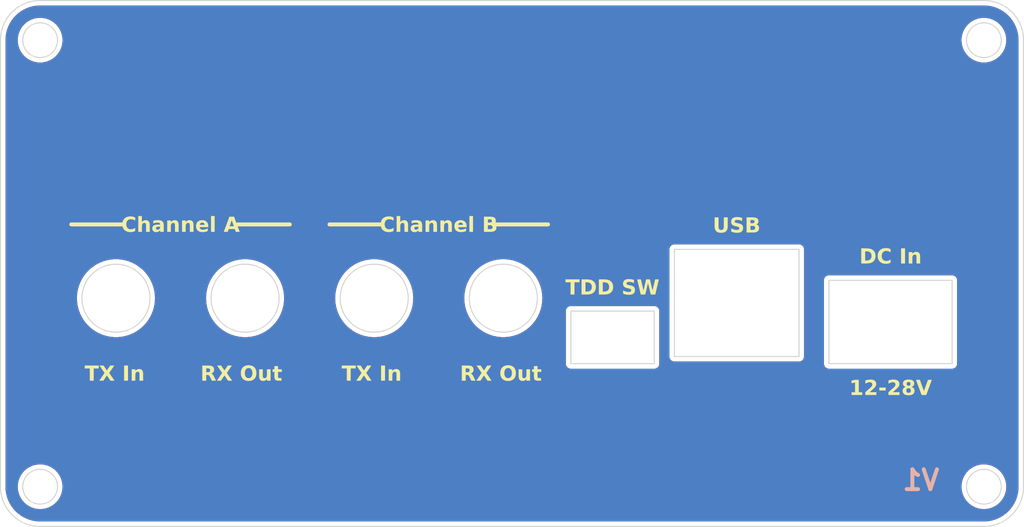
<source format=kicad_pcb>
(kicad_pcb
	(version 20240108)
	(generator "pcbnew")
	(generator_version "8.0")
	(general
		(thickness 1)
		(legacy_teardrops no)
	)
	(paper "A4")
	(layers
		(0 "F.Cu" signal)
		(31 "B.Cu" signal)
		(32 "B.Adhes" user "B.Adhesive")
		(33 "F.Adhes" user "F.Adhesive")
		(34 "B.Paste" user)
		(35 "F.Paste" user)
		(36 "B.SilkS" user "B.Silkscreen")
		(37 "F.SilkS" user "F.Silkscreen")
		(38 "B.Mask" user)
		(39 "F.Mask" user)
		(40 "Dwgs.User" user "User.Drawings")
		(41 "Cmts.User" user "User.Comments")
		(42 "Eco1.User" user "User.Eco1")
		(43 "Eco2.User" user "User.Eco2")
		(44 "Edge.Cuts" user)
		(45 "Margin" user)
		(46 "B.CrtYd" user "B.Courtyard")
		(47 "F.CrtYd" user "F.Courtyard")
		(48 "B.Fab" user)
		(49 "F.Fab" user)
		(50 "User.1" user)
		(51 "User.2" user)
		(52 "User.3" user)
		(53 "User.4" user)
		(54 "User.5" user)
		(55 "User.6" user)
		(56 "User.7" user)
		(57 "User.8" user)
		(58 "User.9" user)
	)
	(setup
		(stackup
			(layer "F.SilkS"
				(type "Top Silk Screen")
			)
			(layer "F.Paste"
				(type "Top Solder Paste")
			)
			(layer "F.Mask"
				(type "Top Solder Mask")
				(thickness 0.01)
			)
			(layer "F.Cu"
				(type "copper")
				(thickness 0.035)
			)
			(layer "dielectric 1"
				(type "core")
				(thickness 0.91)
				(material "FR4")
				(epsilon_r 4.5)
				(loss_tangent 0.02)
			)
			(layer "B.Cu"
				(type "copper")
				(thickness 0.035)
			)
			(layer "B.Mask"
				(type "Bottom Solder Mask")
				(thickness 0.01)
			)
			(layer "B.Paste"
				(type "Bottom Solder Paste")
			)
			(layer "B.SilkS"
				(type "Bottom Silk Screen")
			)
			(copper_finish "None")
			(dielectric_constraints no)
		)
		(pad_to_mask_clearance 0)
		(allow_soldermask_bridges_in_footprints no)
		(aux_axis_origin 89.98 110)
		(grid_origin 89.98 110.01)
		(pcbplotparams
			(layerselection 0x00010fc_ffffffff)
			(plot_on_all_layers_selection 0x0000000_00000000)
			(disableapertmacros no)
			(usegerberextensions no)
			(usegerberattributes yes)
			(usegerberadvancedattributes yes)
			(creategerberjobfile yes)
			(dashed_line_dash_ratio 12.000000)
			(dashed_line_gap_ratio 3.000000)
			(svgprecision 4)
			(plotframeref no)
			(viasonmask no)
			(mode 1)
			(useauxorigin no)
			(hpglpennumber 1)
			(hpglpenspeed 20)
			(hpglpendiameter 15.000000)
			(pdf_front_fp_property_popups yes)
			(pdf_back_fp_property_popups yes)
			(dxfpolygonmode yes)
			(dxfimperialunits yes)
			(dxfusepcbnewfont yes)
			(psnegative no)
			(psa4output no)
			(plotreference yes)
			(plotvalue yes)
			(plotfptext yes)
			(plotinvisibletext no)
			(sketchpadsonfab no)
			(subtractmaskfromsilk no)
			(outputformat 1)
			(mirror no)
			(drillshape 0)
			(scaleselection 1)
			(outputdirectory "./prod/gerbers")
		)
	)
	(net 0 "")
	(gr_line
		(start 98.365 83.567618)
		(end 93.115 83.567618)
		(stroke
			(width 0.4)
			(type default)
		)
		(layer "F.SilkS")
		(uuid "17eae5e9-cad0-42b8-a100-1b9188b3876d")
	)
	(gr_line
		(start 124.365 83.567618)
		(end 119.115 83.567618)
		(stroke
			(width 0.4)
			(type default)
		)
		(layer "F.SilkS")
		(uuid "70eabfca-6c20-4f93-a978-29f18a71303e")
	)
	(gr_line
		(start 141.115 83.567618)
		(end 135.865 83.567618)
		(stroke
			(width 0.4)
			(type default)
		)
		(layer "F.SilkS")
		(uuid "d11de81f-b5e6-4d41-8363-23a3132a59b2")
	)
	(gr_line
		(start 115.115 83.567618)
		(end 109.865 83.567618)
		(stroke
			(width 0.4)
			(type default)
		)
		(layer "F.SilkS")
		(uuid "e15c06ab-62f3-4b92-b214-308b2d2cce15")
	)
	(gr_circle
		(center 89.98 110.01)
		(end 92.48 110.01)
		(stroke
			(width 3)
			(type default)
		)
		(fill none)
		(layer "B.Mask")
		(uuid "07cc568d-fa7d-42d0-88d9-e67564d8a168")
	)
	(gr_line
		(start 87.48 62.51)
		(end 87.48 112.51)
		(stroke
			(width 3)
			(type default)
		)
		(layer "B.Mask")
		(uuid "1bcb9f8b-d93c-44ec-a02d-1ea90334bed8")
	)
	(gr_circle
		(center 185 110.01)
		(end 187.5 110.01)
		(stroke
			(width 3)
			(type default)
		)
		(fill none)
		(layer "B.Mask")
		(uuid "1d950e48-cc95-48bd-882d-89cf7f000868")
	)
	(gr_circle
		(center 89.98 65.01)
		(end 92.48 65.01)
		(stroke
			(width 3)
			(type default)
		)
		(fill none)
		(layer "B.Mask")
		(uuid "4f99c4ac-bf11-4478-9770-29989630e07b")
	)
	(gr_line
		(start 87.73 112.51)
		(end 187.48 112.51)
		(stroke
			(width 3)
			(type default)
		)
		(layer "B.Mask")
		(uuid "8fd4831e-a67d-4c38-a47c-003264142196")
	)
	(gr_line
		(start 87.48 62.51)
		(end 187.48 62.51)
		(stroke
			(width 3)
			(type default)
		)
		(layer "B.Mask")
		(uuid "a7ee448b-d0e7-4003-bf25-68cfca7dd65f")
	)
	(gr_line
		(start 187.48 62.51)
		(end 187.48 112.51)
		(stroke
			(width 3)
			(type default)
		)
		(layer "B.Mask")
		(uuid "cb83ea77-2b81-40c1-b1f2-dc94e8016323")
	)
	(gr_circle
		(center 185 65.01)
		(end 187.5 65.01)
		(stroke
			(width 3)
			(type default)
		)
		(fill none)
		(layer "B.Mask")
		(uuid "e2e7de05-d989-4f41-a7a9-94c228847b77")
	)
	(gr_circle
		(center 97.615 91)
		(end 102.415 91)
		(stroke
			(width 2)
			(type default)
		)
		(fill none)
		(layer "F.Mask")
		(uuid "18da05c1-bbbe-4b3c-9e6b-541bc226d014")
	)
	(gr_circle
		(center 123.615 91)
		(end 128.415 91)
		(stroke
			(width 2)
			(type default)
		)
		(fill none)
		(layer "F.Mask")
		(uuid "54b95437-49b6-4668-ae21-2fec98248295")
	)
	(gr_circle
		(center 185 65)
		(end 187.5 65)
		(stroke
			(width 1.5)
			(type default)
		)
		(fill none)
		(layer "F.Mask")
		(uuid "5e316ca1-808f-4458-9cd9-b4b9e7220994")
	)
	(gr_circle
		(center 110.615 91)
		(end 115.415 91)
		(stroke
			(width 2)
			(type default)
		)
		(fill none)
		(layer "F.Mask")
		(uuid "60ea22b6-8477-4124-9239-e261883f6610")
	)
	(gr_circle
		(center 89.98 65)
		(end 92.48 65)
		(stroke
			(width 1.5)
			(type default)
		)
		(fill none)
		(layer "F.Mask")
		(uuid "a8d1c916-e170-424c-aa81-753d2b4801de")
	)
	(gr_circle
		(center 185 110)
		(end 187.5 110)
		(stroke
			(width 1.5)
			(type default)
		)
		(fill none)
		(layer "F.Mask")
		(uuid "c5ba5aab-0fc7-4b66-818b-239e96cc1778")
	)
	(gr_circle
		(center 89.98 110)
		(end 92.48 110)
		(stroke
			(width 1.5)
			(type default)
		)
		(fill none)
		(layer "F.Mask")
		(uuid "d1f278db-ce82-43eb-93bc-a7e6b33ad384")
	)
	(gr_circle
		(center 136.615 91)
		(end 141.415 91)
		(stroke
			(width 2)
			(type default)
		)
		(fill none)
		(layer "F.Mask")
		(uuid "ec158f95-24c1-49ed-acf3-37b3229b8b1d")
	)
	(gr_circle
		(center 123.615 91)
		(end 127.04 91)
		(stroke
			(width 0.1)
			(type default)
		)
		(fill none)
		(layer "Edge.Cuts")
		(uuid "14f1826a-2c77-4e90-b1d7-971f981a6a2e")
	)
	(gr_line
		(start 85.99 110.01)
		(end 85.99 64.99)
		(stroke
			(width 0.1)
			(type default)
		)
		(layer "Edge.Cuts")
		(uuid "1ff74022-a2cc-495f-a079-2c8a8f43145b")
	)
	(gr_line
		(start 143.415 97.6)
		(end 143.415 92.3)
		(stroke
			(width 0.1)
			(type default)
		)
		(layer "Edge.Cuts")
		(uuid "32ee5c17-be16-41fb-b8e7-5364c28c8697")
	)
	(gr_line
		(start 153.845 86.08)
		(end 166.385 86.08)
		(stroke
			(width 0.1)
			(type default)
		)
		(layer "Edge.Cuts")
		(uuid "3554a785-5394-44c9-88f3-c59b5e388ccc")
	)
	(gr_line
		(start 153.845 96.88)
		(end 153.845 86.08)
		(stroke
			(width 0.1)
			(type default)
		)
		(layer "Edge.Cuts")
		(uuid "36815d88-98e4-4a39-b77a-3c995edd6af0")
	)
	(gr_line
		(start 166.385 96.88)
		(end 153.845 96.88)
		(stroke
			(width 0.1)
			(type default)
		)
		(layer "Edge.Cuts")
		(uuid "3cb16ad7-93d9-42fe-817a-de46ee453004")
	)
	(gr_circle
		(center 136.615 91)
		(end 140.04 91)
		(stroke
			(width 0.1)
			(type default)
		)
		(fill none)
		(layer "Edge.Cuts")
		(uuid "52f248d6-5279-4245-9842-d307f19db07c")
	)
	(gr_arc
		(start 85.99 64.99)
		(mid 87.158644 62.168644)
		(end 89.98 61)
		(stroke
			(width 0.1)
			(type default)
		)
		(layer "Edge.Cuts")
		(uuid "54cef9be-48fc-48f1-8753-00b78133362a")
	)
	(gr_circle
		(center 185 65)
		(end 186.75 65)
		(stroke
			(width 0.1)
			(type default)
		)
		(fill none)
		(layer "Edge.Cuts")
		(uuid "5754d3c2-f347-4f56-9b0e-f90a1492339c")
	)
	(gr_line
		(start 151.815 97.6)
		(end 143.415 97.6)
		(stroke
			(width 0.1)
			(type default)
		)
		(layer "Edge.Cuts")
		(uuid "61bc6307-d1bb-4952-9217-e88297196167")
	)
	(gr_circle
		(center 185 110)
		(end 186.75 110)
		(stroke
			(width 0.1)
			(type default)
		)
		(fill none)
		(layer "Edge.Cuts")
		(uuid "6c2d4563-015a-49df-bda3-10e5e8e694fc")
	)
	(gr_arc
		(start 185 61)
		(mid 187.821356 62.168644)
		(end 188.99 64.99)
		(stroke
			(width 0.1)
			(type default)
		)
		(layer "Edge.Cuts")
		(uuid "74bcc908-be1c-4637-bdae-e07b7fb59df4")
	)
	(gr_circle
		(center 97.615 91)
		(end 101.04 91)
		(stroke
			(width 0.1)
			(type default)
		)
		(fill none)
		(layer "Edge.Cuts")
		(uuid "78d81c5e-2126-4efd-8a3f-12bf909b059a")
	)
	(gr_line
		(start 169.39999 89.199972)
		(end 181.799989 89.199972)
		(stroke
			(width 0.1)
			(type default)
		)
		(layer "Edge.Cuts")
		(uuid "8cddedec-c477-4052-94e0-0dbd7410415e")
	)
	(gr_line
		(start 181.799989 97.599972)
		(end 169.39999 97.599972)
		(stroke
			(width 0.1)
			(type default)
		)
		(layer "Edge.Cuts")
		(uuid "a6db2906-7396-49f9-b40b-70962e178ebe")
	)
	(gr_circle
		(center 110.615 91)
		(end 114.04 91)
		(stroke
			(width 0.1)
			(type default)
		)
		(fill none)
		(layer "Edge.Cuts")
		(uuid "b552bf0a-fa65-41c6-8b9d-0cbdadef34f9")
	)
	(gr_line
		(start 143.415 92.3)
		(end 151.815 92.3)
		(stroke
			(width 0.1)
			(type default)
		)
		(layer "Edge.Cuts")
		(uuid "cccd5e3f-3313-457b-98ff-86c28415bcb0")
	)
	(gr_line
		(start 89.98 61)
		(end 185 61)
		(stroke
			(width 0.1)
			(type default)
		)
		(layer "Edge.Cuts")
		(uuid "d3f515a7-4fd1-473c-ad80-7f3d51b72d8a")
	)
	(gr_line
		(start 181.799989 89.199972)
		(end 181.799989 97.599972)
		(stroke
			(width 0.1)
			(type default)
		)
		(layer "Edge.Cuts")
		(uuid "dc7d3ecb-af64-44b9-944f-31cde2830089")
	)
	(gr_line
		(start 185 114)
		(end 89.98 114)
		(stroke
			(width 0.1)
			(type default)
		)
		(layer "Edge.Cuts")
		(uuid "dcc6efa2-1dbf-476d-a15e-09204f0e1a96")
	)
	(gr_line
		(start 169.39999 97.599972)
		(end 169.39999 89.199972)
		(stroke
			(width 0.1)
			(type default)
		)
		(layer "Edge.Cuts")
		(uuid "dd2f7bcf-c1b4-4e4b-adc4-da55d0a176f9")
	)
	(gr_line
		(start 151.815 92.3)
		(end 151.815 97.6)
		(stroke
			(width 0.1)
			(type default)
		)
		(layer "Edge.Cuts")
		(uuid "e46fa65a-ca37-492f-957f-42411fb7fb8f")
	)
	(gr_line
		(start 166.385 86.08)
		(end 166.385 96.88)
		(stroke
			(width 0.1)
			(type default)
		)
		(layer "Edge.Cuts")
		(uuid "e4edc3aa-bb3e-44c2-a7f8-88c985c39185")
	)
	(gr_line
		(start 188.99 64.99)
		(end 188.99 110.01)
		(stroke
			(width 0.1)
			(type default)
		)
		(layer "Edge.Cuts")
		(uuid "e53c860c-b7f0-4a36-aff0-ad79037a60c1")
	)
	(gr_circle
		(center 89.98 110)
		(end 91.73 110)
		(stroke
			(width 0.1)
			(type default)
		)
		(fill none)
		(layer "Edge.Cuts")
		(uuid "eeba072f-c356-44bc-a32f-bf3db5184337")
	)
	(gr_arc
		(start 188.99 110.01)
		(mid 187.821356 112.831356)
		(end 185 114)
		(stroke
			(width 0.1)
			(type default)
		)
		(layer "Edge.Cuts")
		(uuid "f9ece3e4-85ce-4d4d-a2db-37fbafb10783")
	)
	(gr_arc
		(start 89.98 114)
		(mid 87.158644 112.831356)
		(end 85.99 110.01)
		(stroke
			(width 0.1)
			(type default)
		)
		(layer "Edge.Cuts")
		(uuid "feb786de-94a4-4f05-8c07-371fdf2eeed1")
	)
	(gr_circle
		(center 89.98 65)
		(end 91.73 65)
		(stroke
			(width 0.1)
			(type default)
		)
		(fill none)
		(layer "Edge.Cuts")
		(uuid "ffe37a85-cc90-48cb-b6ac-14dbc8c3ee1f")
	)
	(gr_line
		(start 143.665 94.8)
		(end 143.665 97.35)
		(stroke
			(width 0.1)
			(type default)
		)
		(layer "User.2")
		(uuid "007d1050-3641-442a-8dd2-a12dd2b81073")
	)
	(gr_line
		(start 85.99 64.99)
		(end 85.99 110.01)
		(stroke
			(width 0.1)
			(type default)
		)
		(layer "User.2")
		(uuid "05b4992d-cf35-4aae-8a58-37d9aa4e60ee")
	)
	(gr_line
		(start 154.095 96.63)
		(end 166.135 96.63)
		(stroke
			(width 0.1)
			(type default)
		)
		(layer "User.2")
		(uuid "0c1de922-6074-45ce-817a-34408e847b0c")
	)
	(gr_line
		(start 143.665 92.55)
		(end 143.665 94)
		(stroke
			(width 0.1)
			(type default)
		)
		(layer "User.2")
		(uuid "0c69106a-e552-4f8e-b612-c5e83971a167")
	)
	(gr_line
		(start 166.135 86.33)
		(end 154.095 86.33)
		(stroke
			(width 0.1)
			(type default)
		)
		(layer "User.2")
		(uuid "123e8cd1-a681-4d73-8f6a-e6200fda6af3")
	)
	(gr_line
		(start 146.815 92.55)
		(end 148.415 92.55)
		(stroke
			(width 0.1)
			(type default)
		)
		(layer "User.2")
		(uuid "157f5ddb-9798-4da0-96b0-40c198aac25d")
	)
	(gr_line
		(start 143.665 97.35)
		(end 143.665 92.55)
		(stroke
			(width 0.1)
			(type default)
		)
		(layer "User.2")
		(uuid "18dbbd19-07af-4277-b875-3ebb38f94799")
	)
	(gr_arc
		(start 188.99 110.01)
		(mid 187.821356 112.831356)
		(end 185 114)
		(stroke
			(width 0.1)
			(type default)
		)
		(layer "User.2")
		(uuid "2ce0f013-bae0-4b39-96a2-b2fdfa72e797")
	)
	(gr_circle
		(center 185 64.99)
		(end 186.5 64.99)
		(stroke
			(width 0.1)
			(type default)
		)
		(fill none)
		(layer "User.2")
		(uuid "2d0125ab-f2eb-418a-84d1-8c55fc38c4fb")
	)
	(gr_circle
		(center 97.615 91)
		(end 100.79 91)
		(stroke
			(width 0.1)
			(type default)
		)
		(fill none)
		(layer "User.2")
		(uuid "2ddb296f-ed55-485f-80ad-eceb91419f6a")
	)
	(gr_line
		(start 151.565 97.35)
		(end 143.665 97.35)
		(stroke
			(width 0.1)
			(type default)
		)
		(layer "User.2")
		(uuid "5157f3e5-9437-433f-9686-eb7ea5861f2f")
	)
	(gr_line
		(start 169.64999 97.349972)
		(end 181.549989 97.349972)
		(stroke
			(width 0.1)
			(type default)
		)
		(layer "User.2")
		(uuid "53e227b1-5109-4298-a314-d2f821ecff82")
	)
	(gr_line
		(start 143.665 92.55)
		(end 151.565 92.55)
		(stroke
			(width 0.1)
			(type default)
		)
		(layer "User.2")
		(uuid "57a03304-5907-465f-b9bf-57b67a82fcb4")
	)
	(gr_line
		(start 146.815 92.55)
		(end 143.665 92.55)
		(stroke
			(width 0.1)
			(type default)
		)
		(layer "User.2")
		(uuid "5ab0e318-cdf7-4118-a5d9-a00cc24dcea3")
	)
	(gr_circle
		(center 110.615 91)
		(end 113.79 91)
		(stroke
			(width 0.1)
			(type default)
		)
		(fill none)
		(layer "User.2")
		(uuid "65e65df9-d2e9-4cbb-8337-fdf23e0aac15")
	)
	(gr_line
		(start 169.64999 89.449972)
		(end 181.549989 89.449972)
		(stroke
			(width 0.1)
			(type default)
		)
		(layer "User.2")
		(uuid "68d63a3f-700c-4b27-bf85-3b893957b041")
	)
	(gr_circle
		(center 185 110)
		(end 186.5 110)
		(stroke
			(width 0.1)
			(type default)
		)
		(fill none)
		(layer "User.2")
		(uuid "6a34fc6a-ebec-4781-b206-d2be3192d0ca")
	)
	(gr_line
		(start 181.549989 97.349972)
		(end 169.64999 97.349972)
		(stroke
			(width 0.1)
			(type default)
		)
		(layer "User.2")
		(uuid "6a99ea20-3d0e-4689-b322-c8ae111b14d0")
	)
	(gr_line
		(start 151.565 92.55)
		(end 148.415 92.55)
		(stroke
			(width 0.1)
			(type default)
		)
		(layer "User.2")
		(uuid "6f1c55ff-49ca-4e5a-882f-cfb8e098d8bd")
	)
	(gr_line
		(start 151.565 97.35)
		(end 143.665 97.35)
		(stroke
			(width 0.1)
			(type default)
		)
		(layer "User.2")
		(uuid "72632dd6-8133-4430-ac5c-2b17b7ed4ac4")
	)
	(gr_line
		(start 154.095 96.63)
		(end 154.095 86.33)
		(stroke
			(width 0.1)
			(type default)
		)
		(layer "User.2")
		(uuid "7a71d642-3b07-4745-a409-5813240a3af8")
	)
	(gr_line
		(start 166.135 96.63)
		(end 166.135 86.33)
		(stroke
			(width 0.1)
			(type default)
		)
		(layer "User.2")
		(uuid "81d52aa3-8b0e-43d3-8f9b-5f39b370865f")
	)
	(gr_line
		(start 169.64999 97.349972)
		(end 169.64999 89.449972)
		(stroke
			(width 0.1)
			(type default)
		)
		(layer "User.2")
		(uuid "82eae564-f9a6-4ae3-bbb8-cd98cd277ce6")
	)
	(gr_circle
		(center 136.615 91)
		(end 139.79 91)
		(stroke
			(width 0.1)
			(type default)
		)
		(fill none)
		(layer "User.2")
		(uuid "88f4d5ba-4d21-431e-b795-01dfb3388d61")
	)
	(gr_line
		(start 181.549989 89.449972)
		(end 181.549989 97.349972)
		(stroke
			(width 0.1)
			(type default)
		)
		(layer "User.2")
		(uuid "a197d99a-f787-4de9-837e-fefcf8839237")
	)
	(gr_line
		(start 151.565 94)
		(end 151.565 94.8)
		(stroke
			(width 0.1)
			(type default)
		)
		(layer "User.2")
		(uuid "a47caa38-c8a5-4620-9023-b3e5b87a84ac")
	)
	(gr_line
		(start 143.665 94)
		(end 143.665 94.8)
		(stroke
			(width 0.1)
			(type default)
		)
		(layer "User.2")
		(uuid "a74f8f18-c19e-4a8a-8707-3161b756aaa0")
	)
	(gr_line
		(start 181.549989 97.349972)
		(end 181.549989 89.449972)
		(stroke
			(width 0.1)
			(type default)
		)
		(layer "User.2")
		(uuid "ab0eff21-7cbe-48c4-9fa1-06f97fb05fc9")
	)
	(gr_arc
		(start 85.99 64.99)
		(mid 87.158644 62.168644)
		(end 89.98 61)
		(stroke
			(width 0.1)
			(type default)
		)
		(layer "User.2")
		(uuid "ac03372c-bb25-4841-9996-9028b002b10b")
	)
	(gr_line
		(start 89.98 114)
		(end 185 114)
		(stroke
			(width 0.1)
			(type default)
		)
		(layer "User.2")
		(uuid "af9b30df-1005-4fea-a687-6903dff2ffb6")
	)
	(gr_line
		(start 166.135 86.33)
		(end 166.135 96.63)
		(stroke
			(width 0.1)
			(type default)
		)
		(layer "User.2")
		(uuid "bbe7a4c1-6aff-4038-9571-9288c992a1dc")
	)
	(gr_line
		(start 154.095 86.33)
		(end 154.095 96.63)
		(stroke
			(width 0.1)
			(type default)
		)
		(layer "User.2")
		(uuid "bc4b312d-4a8a-4c77-8a61-116a80cbdda2")
	)
	(gr_line
		(start 154.095 86.33)
		(end 166.135 86.33)
		(stroke
			(width 0.1)
			(type default)
		)
		(layer "User.2")
		(uuid "c1eabc23-ccbd-45e7-a306-5c23b51045bd")
	)
	(gr_line
		(start 185 61)
		(end 89.98 61)
		(stroke
			(width 0.1)
			(type default)
		)
		(layer "User.2")
		(uuid "c62ac4ae-d31f-4b45-a345-58e96d019c65")
	)
	(gr_line
		(start 188.99 110.01)
		(end 188.99 64.99)
		(stroke
			(width 0.1)
			(type default)
		)
		(layer "User.2")
		(uuid "c7165875-0584-4ebd-a991-2c5fc7c1cd5c")
	)
	(gr_circle
		(center 123.615 91)
		(end 126.79 91)
		(stroke
			(width 0.1)
			(type default)
		)
		(fill none)
		(layer "User.2")
		(uuid "d3df0a8a-0ae6-436f-983c-99b1cd22d59c")
	)
	(gr_line
		(start 151.565 92.55)
		(end 151.565 97.35)
		(stroke
			(width 0.1)
			(type default)
		)
		(layer "User.2")
		(uuid "d9535f9b-bdc5-43ce-99b8-aaad683d53a2")
	)
	(gr_line
		(start 169.64999 97.349972)
		(end 169.64999 89.449972)
		(stroke
			(width 0.1)
			(type default)
		)
		(layer "User.2")
		(uuid "deeb4cb3-3d19-43ee-a0f9-74c1252b87df")
	)
	(gr_line
		(start 169.64999 89.449972)
		(end 181.549989 89.449972)
		(stroke
			(width 0.1)
			(type default)
		)
		(layer "User.2")
		(uuid "e2473b72-d7cf-4aef-8613-7ba01b3e84f9")
	)
	(gr_line
		(start 166.135 96.63)
		(end 154.095 96.63)
		(stroke
			(width 0.1)
			(type default)
		)
		(layer "User.2")
		(uuid "e26e6b56-c941-4e4e-acee-78fc0b3f3ae6")
	)
	(gr_circle
		(center 89.98 110.01)
		(end 91.48 110.01)
		(stroke
			(width 0.1)
			(type default)
		)
		(fill none)
		(layer "User.2")
		(uuid "e4af6a81-313f-47b6-82d1-2fec0b457413")
	)
	(gr_circle
		(center 89.98 65)
		(end 91.48 65)
		(stroke
			(width 0.1)
			(type default)
		)
		(fill none)
		(layer "User.2")
		(uuid "e7728318-271a-46f0-b53e-9988381bc3ee")
	)
	(gr_arc
		(start 89.98 114)
		(mid 87.158644 112.831356)
		(end 85.99 110.01)
		(stroke
			(width 0.1)
			(type default)
		)
		(layer "User.2")
		(uuid "eb7eb9f6-b40a-4cf9-a7c0-7f4156fc8f0b")
	)
	(gr_arc
		(start 185 61)
		(mid 187.821356 62.168644)
		(end 188.99 64.99)
		(stroke
			(width 0.1)
			(type default)
		)
		(layer "User.2")
		(uuid "ec1fa5ab-d894-475c-a257-e416be7559ec")
	)
	(gr_line
		(start 151.565 94.8)
		(end 151.565 97.35)
		(stroke
			(width 0.1)
			(type default)
		)
		(layer "User.2")
		(uuid "f4d35ad0-953c-446a-bfc3-a955302b9f54")
	)
	(gr_line
		(start 151.565 92.55)
		(end 151.565 94)
		(stroke
			(width 0.1)
			(type default)
		)
		(layer "User.2")
		(uuid "fa57e68e-bace-4d3e-b67e-73be951b6e76")
	)
	(gr_rect
		(start 156.355 84.51)
		(end 164.355 86.01)
		(stroke
			(width 0.1)
			(type default)
		)
		(fill none)
		(layer "User.4")
		(uuid "04cd9d5a-e0e2-4ed9-a038-b8e954deb321")
	)
	(gr_rect
		(start 177.855 84.385)
		(end 181.73 89.135)
		(stroke
			(width 0.1)
			(type default)
		)
		(fill none)
		(layer "User.4")
		(uuid "3decc4e5-b36e-4551-9478-8d0918907cf7")
	)
	(gr_rect
		(start 169.48 84.51)
		(end 173.355 89.26)
		(stroke
			(width 0.1)
			(type default)
		)
		(fill none)
		(layer "User.4")
		(uuid "72c6ae63-d429-4e59-9cfb-5f1bfac755bf")
	)
	(gr_rect
		(start 161.98 80.26)
		(end 166.355 86.135)
		(stroke
			(width 0.1)
			(type default)
		)
		(fill none)
		(layer "User.4")
		(uuid "773410b3-0a59-40ba-ba8e-d5eee7cdeeb2")
	)
	(gr_rect
		(start 171.605 97.635)
		(end 179.605 99.135)
		(stroke
			(width 0.1)
			(type default)
		)
		(fill none)
		(layer "User.4")
		(uuid "7920a9b2-4609-4242-8971-42161aa99cde")
	)
	(gr_rect
		(start 143.48 90.76)
		(end 151.48 92.26)
		(stroke
			(width 0.1)
			(type default)
		)
		(fill none)
		(layer "User.4")
		(uuid "8a88c417-4136-4eea-9010-15b3c54aa706")
	)
	(gr_rect
		(start 153.855 80.135)
		(end 158.23 86.01)
		(stroke
			(width 0.1)
			(type default)
		)
		(fill none)
		(layer "User.4")
		(uuid "9615a337-9821-4600-9270-96b76a2aa147")
	)
	(gr_rect
		(start 177.855 97.51)
		(end 181.73 102.26)
		(stroke
			(width 0.1)
			(type default)
		)
		(fill none)
		(layer "User.4")
		(uuid "97197fa4-cd37-4041-a369-0b3a26f3c341")
	)
	(gr_rect
		(start 171.605 87.635)
		(end 179.605 89.135)
		(stroke
			(width 0.1)
			(type default)
		)
		(fill none)
		(layer "User.4")
		(uuid "b44291cc-067c-4814-8732-ce6c77ac2405")
	)
	(gr_rect
		(start 169.48 97.635)
		(end 173.355 102.385)
		(stroke
			(width 0.1)
			(type default)
		)
		(fill none)
		(layer "User.4")
		(uuid "d6589ed0-8848-49ca-a2a7-54ba8d8cfe7f")
	)
	(gr_text "V1"
		(at 180.73 110.51 0)
		(layer "B.SilkS")
		(uuid "9f2cf159-cba1-4c31-bc10-a269dbd729b6")
		(effects
			(font
				(size 2 2)
				(thickness 0.4)
				(bold yes)
			)
			(justify left bottom mirror)
		)
	)
	(gr_text "12-28V"
		(at 175.605 100.135 0)
		(layer "F.SilkS")
		(uuid "0f847090-5cc1-451c-ab51-8e6e710f3b54")
		(effects
			(font
				(face "Nunito Sans 12pt ExtraLight")
				(size 1.5 1.5)
				(thickness 0.3)
				(bold yes)
			)
		)
		(render_cache "12-28V" 0
			(polygon
				(pts
					(xy 172.112449 100.7575) (xy 172.112449 100.53475) (xy 172.446207 100.53475) (xy 172.446207 99.503801)
					(xy 172.576633 99.503801) (xy 172.18792 99.739007) (xy 172.08314 99.541536) (xy 172.523876 99.277021)
					(xy 172.715118 99.277021) (xy 172.715118 100.53475) (xy 173.027993 100.53475) (xy 173.027993 100.7575)
				)
			)
			(polygon
				(pts
					(xy 173.31046 100.7575) (xy 173.31046 100.557831) (xy 173.788932 100.047852) (xy 173.840944 99.989048)
					(xy 173.885466 99.930712) (xy 173.89298 99.919624) (xy 173.930293 99.854658) (xy 173.950499 99.806051)
					(xy 173.967299 99.734404) (xy 173.96955 99.696875) (xy 173.958606 99.620025) (xy 173.922341 99.555791)
					(xy 173.903238 99.537506) (xy 173.834035 99.50019) (xy 173.756412 99.484837) (xy 173.711263 99.482918)
					(xy 173.63807 99.48807) (xy 173.56632 99.503526) (xy 173.519288 99.519555) (xy 173.450251 99.552802)
					(xy 173.388778 99.593417) (xy 173.339769 99.63386) (xy 173.249278 99.43236) (xy 173.308754 99.385555)
					(xy 173.376818 99.344976) (xy 173.445417 99.313778) (xy 173.469829 99.304499) (xy 173.545064 99.281122)
					(xy 173.62198 99.265395) (xy 173.700577 99.257319) (xy 173.744968 99.256139) (xy 173.821676 99.259161)
					(xy 173.900418 99.269787) (xy 173.978528 99.290567) (xy 174.01388 99.304499) (xy 174.082705 99.342776)
					(xy 174.139062 99.391616) (xy 174.179476 99.445183) (xy 174.211807 99.513374) (xy 174.230717 99.591003)
					(xy 174.236263 99.669764) (xy 174.231278 99.744262) (xy 174.220509 99.800922) (xy 174.197454 99.872703)
					(xy 174.172149 99.928051) (xy 174.135604 99.99189) (xy 174.093524 100.053236) (xy 174.09045 100.057377)
					(xy 174.043386 100.116132) (xy 173.992903 100.172573) (xy 173.971748 100.194764) (xy 173.577174 100.606191)
					(xy 173.577174 100.53475) (xy 174.293049 100.53475) (xy 174.293049 100.7575)
				)
			)
			(polygon
				(pts
					(xy 174.544009 100.299544) (xy 174.544009 100.089617) (xy 175.169759 100.089617) (xy 175.169759 100.299544)
				)
			)
			(polygon
				(pts
					(xy 175.480802 100.7575) (xy 175.480802 100.557831) (xy 175.959274 100.047852) (xy 176.011286 99.989048)
					(xy 176.055808 99.930712) (xy 176.063321 99.919624) (xy 176.100635 99.854658) (xy 176.120841 99.806051)
					(xy 176.13764 99.734404) (xy 176.139892 99.696875) (xy 176.128948 99.620025) (xy 176.092683 99.555791)
					(xy 176.07358 99.537506) (xy 176.004377 99.50019) (xy 175.926753 99.484837) (xy 175.881605 99.482918)
					(xy 175.808412 99.48807) (xy 175.736662 99.503526) (xy 175.68963 99.519555) (xy 175.620593 99.552802)
					(xy 175.55912 99.593417) (xy 175.510111 99.63386) (xy 175.419619 99.43236) (xy 175.479096 99.385555)
					(xy 175.54716 99.344976) (xy 175.615759 99.313778) (xy 175.640171 99.304499) (xy 175.715406 99.281122)
					(xy 175.792322 99.265395) (xy 175.870919 99.257319) (xy 175.91531 99.256139) (xy 175.992018 99.259161)
					(xy 176.07076 99.269787) (xy 176.14887 99.290567) (xy 176.184222 99.304499) (xy 176.253047 99.342776)
					(xy 176.309404 99.391616) (xy 176.349818 99.445183) (xy 176.382149 99.513374) (xy 176.401059 99.591003)
					(xy 176.406605 99.669764) (xy 176.40162 99.744262) (xy 176.390851 99.800922) (xy 176.367796 99.872703)
					(xy 176.342491 99.928051) (xy 176.305946 99.99189) (xy 176.263866 100.053236) (xy 176.260792 100.057377)
					(xy 176.213728 100.116132) (xy 176.163245 100.172573) (xy 176.14209 100.194764) (xy 175.747515 100.606191)
					(xy 175.747515 100.53475) (xy 176.463391 100.53475) (xy 176.463391 100.7575)
				)
			)
			(polygon
				(pts
					(xy 177.287523 99.259874) (xy 177.365821 99.27108) (xy 177.43724 99.289756) (xy 177.51187 99.320986)
					(xy 177.577139 99.362384) (xy 177.631242 99.412581) (xy 177.676803 99.479437) (xy 177.705007 99.556413)
					(xy 177.715448 99.63207) (xy 177.715991 99.655109) (xy 177.708908 99.733088) (xy 177.68766 99.805456)
					(xy 177.678988 99.825102) (xy 177.638121 99.89196) (xy 177.584213 99.946904) (xy 177.57604 99.95333)
					(xy 177.509305 99.993059) (xy 177.500267 99.99609) (xy 177.565612 100.024717) (xy 177.593991 100.042723)
					(xy 177.652325 100.093212) (xy 177.698457 100.154922) (xy 177.709396 100.174614) (xy 177.736675 100.243674)
					(xy 177.750047 100.320473) (xy 177.751528 100.358529) (xy 177.744551 100.440802) (xy 177.723619 100.514836)
					(xy 177.688732 100.58063) (xy 177.63989 100.638185) (xy 177.605715 100.667374) (xy 177.53654 100.710628)
					(xy 177.468679 100.739247) (xy 177.392911 100.760062) (xy 177.309234 100.77307) (xy 177.233462 100.777949)
					(xy 177.201615 100.778382) (xy 177.123638 100.775672) (xy 177.03729 100.765265) (xy 176.958825 100.747053)
					(xy 176.888243 100.721035) (xy 176.815859 100.680816) (xy 176.797149 100.667374) (xy 176.740333 100.614563)
					(xy 176.697472 100.553582) (xy 176.668566 100.484432) (xy 176.653614 100.407112) (xy 176.651336 100.359262)
					(xy 176.652908 100.339478) (xy 176.901197 100.339478) (xy 176.911964 100.416827) (xy 176.947931 100.482947)
					(xy 176.977767 100.510936) (xy 177.045189 100.545987) (xy 177.116645 100.562838) (xy 177.192823 100.568399)
					(xy 177.201982 100.568456) (xy 177.279854 100.563906) (xy 177.352783 100.548178) (xy 177.421408 100.514475)
					(xy 177.426197 100.510936) (xy 177.475061 100.454714) (xy 177.499014 100.38011) (xy 177.501668 100.339478)
					(xy 177.491003 100.262507) (xy 177.45538 100.197029) (xy 177.42583 100.169485) (xy 177.358751 100.134881)
					(xy 177.287267 100.118244) (xy 177.210818 100.112754) (xy 177.201615 100.112698) (xy 177.124364 100.11719)
					(xy 177.05165 100.132718) (xy 176.982621 100.165991) (xy 176.977767 100.169485) (xy 176.928191 100.224935)
					(xy 176.903888 100.299009) (xy 176.901197 100.339478) (xy 176.652908 100.339478) (xy 176.657364 100.283407)
					(xy 176.677499 100.209254) (xy 176.694201 100.172782) (xy 176.738199 100.107827) (xy 176.794539 100.054653)
					(xy 176.812903 100.041624) (xy 176.877907 100.006773) (xy 176.907721 99.99747) (xy 176.846849 99.96455)
					(xy 176.829756 99.952231) (xy 176.773502 99.898328) (xy 176.730451 99.833477) (xy 176.725708 99.824003)
					(xy 176.700664 99.753989) (xy 176.690423 99.683319) (xy 176.938932 99.683319) (xy 176.95036 99.758998)
					(xy 176.988227 99.824674) (xy 177.008175 99.844153) (xy 177.073444 99.882106) (xy 177.149685 99.899967)
					(xy 177.201249 99.902772) (xy 177.28081 99.895888) (xy 177.352595 99.872679) (xy 177.396155 99.84452)
					(xy 177.44399 99.784603) (xy 177.464422 99.713521) (xy 177.46613 99.68222) (xy 177.454582 99.607496)
					(xy 177.416314 99.542981) (xy 177.396155 99.523951) (xy 177.330407 99.486472) (xy 177.253401 99.468835)
					(xy 177.201249 99.466065) (xy 177.122565 99.472905) (xy 177.051442 99.495969) (xy 177.008175 99.523951)
					(xy 176.960841 99.582765) (xy 176.940014 99.65855) (xy 176.938932 99.683319) (xy 176.690423 99.683319)
					(xy 176.689644 99.677944) (xy 176.689072 99.655109) (xy 176.695698 99.577239) (xy 176.719501 99.497732)
					(xy 176.760614 99.428346) (xy 176.819037 99.369081) (xy 176.827557 99.362384) (xy 176.892951 99.320986)
					(xy 176.967636 99.289756) (xy 177.039047 99.27108) (xy 177.117284 99.259874) (xy 177.202348 99.256139)
				)
			)
			(polygon
				(pts
					(xy 178.466671 100.7575) (xy 177.807215 99.277021) (xy 178.094811 99.277021) (xy 178.630436 100.518264)
					(xy 178.539944 100.518264) (xy 179.07337 99.277021) (xy 179.350708 99.277021) (xy 178.691252 100.7575)
				)
			)
		)
	)
	(gr_text "Channel B"
		(at 130.115 83.692618 0)
		(layer "F.SilkS")
		(uuid "101e363c-3913-4b17-9823-96bdd4256acf")
		(effects
			(font
				(face "Nunito Sans 12pt ExtraLight")
				(size 1.5 1.5)
				(thickness 0.3)
				(bold yes)
			)
		)
		(render_cache "Channel B" 0
			(polygon
				(pts
					(xy 125.92709 84.336) (xy 125.842855 84.332716) (xy 125.763256 84.322863) (xy 125.688295 84.306441)
					(xy 125.61797 84.28345) (xy 125.541785 84.248325) (xy 125.531417 84.242577) (xy 125.462953 84.197988)
					(xy 125.401817 84.145966) (xy 125.348009 84.08651) (xy 125.301529 84.019622) (xy 125.278259 83.978062)
					(xy 125.243998 83.900247) (xy 125.221329 83.828832) (xy 125.204843 83.753063) (xy 125.194539 83.672941)
					(xy 125.190417 83.588465) (xy 125.190331 83.573963) (xy 125.193423 83.488676) (xy 125.202696 83.407845)
					(xy 125.218152 83.331471) (xy 125.239791 83.259553) (xy 125.272849 83.181282) (xy 125.278259 83.170596)
					(xy 125.320551 83.099888) (xy 125.370172 83.036508) (xy 125.42712 82.980456) (xy 125.491397 82.931732)
					(xy 125.531417 82.90718) (xy 125.6067 82.870778) (xy 125.676252 82.846692) (xy 125.750441 82.829175)
					(xy 125.829266 82.818227) (xy 125.912729 82.813848) (xy 125.92709 82.813757) (xy 126.00066 82.816642)
					(xy 126.081074 82.826785) (xy 126.158994 82.844231) (xy 126.209557 82.859919) (xy 126.280831 82.889044)
					(xy 126.351256 82.928814) (xy 126.412451 82.976384) (xy 126.429009 82.992176) (xy 126.341082 83.206133)
					(xy 126.281576 83.160631) (xy 126.215128 83.120248) (xy 126.147641 83.089995) (xy 126.071615 83.067447)
					(xy 125.998213 83.05592) (xy 125.935516 83.052993) (xy 125.855059 83.057758) (xy 125.782124 83.072055)
					(xy 125.70654 83.100781) (xy 125.641194 83.14248) (xy 125.593332 83.188547) (xy 125.547508 83.253197)
					(xy 125.512939 83.328856) (xy 125.492267 83.40247) (xy 125.479864 83.484172) (xy 125.475844 83.558436)
					(xy 125.475729 83.573963) (xy 125.4786 83.64928) (xy 125.489626 83.732365) (xy 125.50892 83.807489)
					(xy 125.541881 83.885075) (xy 125.586097 83.951825) (xy 125.593332 83.960477) (xy 125.649902 84.013581)
					(xy 125.716711 84.053642) (xy 125.793758 84.08066) (xy 125.867946 84.093437) (xy 125.935516 84.096764)
					(xy 126.011823 84.092435) (xy 126.084579 84.079448) (xy 126.147641 84.060128) (xy 126.215128 84.029623)
					(xy 126.281576 83.988989) (xy 126.341082 83.943258) (xy 126.429009 84.157581) (xy 126.370584 84.206439)
					(xy 126.302928 84.248142) (xy 126.234146 84.279556) (xy 126.209557 84.288739) (xy 126.133298 84.311585)
					(xy 126.054546 84.326954) (xy 125.973302 84.334846)
				)
			)
			(polygon
				(pts
					(xy 126.639302 84.315118) (xy 126.639302 82.834639) (xy 126.901619 82.834639) (xy 126.901619 83.494095)
					(xy 126.87231 83.494095) (xy 126.910107 83.423889) (xy 126.960025 83.36641) (xy 127.015925 83.325201)
					(xy 127.086249 83.292245) (xy 127.162721 83.272969) (xy 127.237575 83.267316) (xy 127.317514 83.27277)
					(xy 127.39287 83.291163) (xy 127.441274 83.313478) (xy 127.499575 83.358784) (xy 127.544696 83.41969)
					(xy 127.561075 83.453062) (xy 127.58381 83.523135) (xy 127.59629 83.59698) (xy 127.600852 83.6717)
					(xy 127.601008 83.689367) (xy 127.601008 84.315118) (xy 127.338325 84.315118) (xy 127.338325 83.701824)
					(xy 127.332638 83.62534) (xy 127.318175 83.571764) (xy 127.276547 83.510765) (xy 127.257359 83.497026)
					(xy 127.187356 83.474759) (xy 127.153678 83.472846) (xy 127.078763 83.482048) (xy 127.02142 83.505452)
					(xy 126.962898 83.553859) (xy 126.933126 83.598143) (xy 126.908542 83.667279) (xy 126.901619 83.737727)
					(xy 126.901619 84.315118)
				)
			)
			(polygon
				(pts
					(xy 128.205143 84.336) (xy 128.131639 84.330935) (xy 128.057871 84.313856) (xy 128.00694 84.293136)
					(xy 127.942322 84.253052) (xy 127.886663 84.198796) (xy 127.870286 84.176632) (xy 127.836476 84.108621)
					(xy 127.8216 84.033458) (xy 127.820827 84.010669) (xy 127.82907 83.932187) (xy 127.856605 83.862281)
					(xy 127.879445 83.83115) (xy 127.939463 83.783379) (xy 128.009138 83.752496) (xy 128.070687 83.735529)
					(xy 128.152388 83.721361) (xy 128.225751 83.713547) (xy 128.307704 83.708538) (xy 128.384786 83.706478)
					(xy 128.425694 83.70622) (xy 128.530841 83.70622) (xy 128.530841 83.857162) (xy 128.427892 83.857162)
					(xy 128.352958 83.858432) (xy 128.279269 83.863053) (xy 128.261929 83.864856) (xy 128.188285 83.877306)
					(xy 128.153852 83.887937) (xy 128.094867 83.931168) (xy 128.077282 83.997846) (xy 128.094202 84.071466)
					(xy 128.125276 84.111419) (xy 128.19162 84.146968) (xy 128.259731 84.155383) (xy 128.332941 84.145182)
					(xy 128.38283 84.123143) (xy 128.441104 84.072939) (xy 128.467826 84.03375) (xy 128.493303 83.964649)
					(xy 128.499334 83.90369) (xy 128.499334 83.66189) (xy 128.491715 83.58643) (xy 128.458762 83.516947)
					(xy 128.453172 83.510948) (xy 128.38634 83.474929) (xy 128.311234 83.464966) (xy 128.297833 83.464786)
					(xy 128.221658 83.469835) (xy 128.149417 83.483565) (xy 128.121246 83.491164) (xy 128.047595 83.517015)
					(xy 127.978859 83.549249) (xy 127.93843 83.571764) (xy 127.862959 83.393345) (xy 127.926542 83.355653)
					(xy 127.991919 83.327033) (xy 128.063757 83.303323) (xy 128.139137 83.285087) (xy 128.149456 83.283069)
					(xy 128.22533 83.271762) (xy 128.301648 83.267331) (xy 128.30626 83.267316) (xy 128.386933 83.270967)
					(xy 128.466646 83.28359) (xy 128.542264 83.307888) (xy 128.554655 83.313478) (xy 128.621064 83.354745)
					(xy 128.673563 83.409305) (xy 128.700834 83.453062) (xy 128.728367 83.523611) (xy 128.74348 83.598716)
					(xy 128.749005 83.675242) (xy 128.749194 83.693397) (xy 128.749194 84.315118) (xy 128.503364 84.315118)
					(xy 128.503364 84.096764) (xy 128.520216 84.096764) (xy 128.496581 84.169137) (xy 128.462331 84.223893)
					(xy 128.407037 84.276417) (xy 128.354253 84.306691) (xy 128.279874 84.32956)
				)
			)
			(polygon
				(pts
					(xy 129.014808 84.315118) (xy 129.014808 83.288198) (xy 129.270897 83.288198) (xy 129.270897 83.494095)
					(xy 129.247816 83.494095) (xy 129.285613 83.423889) (xy 129.335531 83.36641) (xy 129.391431 83.325201)
					(xy 129.461755 83.292245) (xy 129.538227 83.272969) (xy 129.613081 83.267316) (xy 129.686218 83.271788)
					(xy 129.762742 83.288961) (xy 129.817146 83.313111) (xy 129.875624 83.358301) (xy 129.920679 83.419454)
					(xy 129.936947 83.453062) (xy 129.959474 83.523465) (xy 129.971839 83.597311) (xy 129.97636 83.671786)
					(xy 129.976514 83.689367) (xy 129.976514 84.315118) (xy 129.713831 84.315118) (xy 129.713831 83.701824)
					(xy 129.708144 83.62534) (xy 129.693681 83.571764) (xy 129.652053 83.510765) (xy 129.632865 83.497026)
					(xy 129.562861 83.474759) (xy 129.529183 83.472846) (xy 129.454165 83.482048) (xy 129.39656 83.505452)
					(xy 129.337861 83.55373) (xy 129.308266 83.597776) (xy 129.283967 83.667016) (xy 129.277125 83.737727)
					(xy 129.277125 84.315118)
				)
			)
			(polygon
				(pts
					(xy 130.242861 84.315118) (xy 130.242861 83.288198) (xy 130.49895 83.288198) (xy 130.49895 83.494095)
					(xy 130.475869 83.494095) (xy 130.513666 83.423889) (xy 130.563584 83.36641) (xy 130.619484 83.325201)
					(xy 130.689808 83.292245) (xy 130.76628 83.272969) (xy 130.841134 83.267316) (xy 130.914271 83.271788)
					(xy 130.990795 83.288961) (xy 131.045199 83.313111) (xy 131.103677 83.358301) (xy 131.148733 83.419454)
					(xy 131.165 83.453062) (xy 131.187527 83.523465) (xy 131.199892 83.597311) (xy 131.204413 83.671786)
					(xy 131.204567 83.689367) (xy 131.204567 84.315118) (xy 130.941884 84.315118) (xy 130.941884 83.701824)
					(xy 130.936197 83.62534) (xy 130.921734 83.571764) (xy 130.880106 83.510765) (xy 130.860918 83.497026)
					(xy 130.790914 83.474759) (xy 130.757237 83.472846) (xy 130.682218 83.482048) (xy 130.624613 83.505452)
					(xy 130.565914 83.55373) (xy 130.536319 83.597776) (xy 130.51202 83.667016) (xy 130.505178 83.737727)
					(xy 130.505178 84.315118)
				)
			)
			(polygon
				(pts
					(xy 131.976863 84.336) (xy 131.902882 84.332897) (xy 131.823999 84.321752) (xy 131.751161 84.3025)
					(xy 131.676444 84.271154) (xy 131.610132 84.230154) (xy 131.552977 84.180517) (xy 131.50498 84.122245)
					(xy 131.482271 84.08614) (xy 131.449331 84.015274) (xy 131.427171 83.937453) (xy 131.416523 83.86244)
					(xy 131.414128 83.802574) (xy 131.418249 83.725363) (xy 131.430614 83.653097) (xy 131.454378 83.577711)
					(xy 131.480073 83.523404) (xy 131.521344 83.460102) (xy 131.570555 83.404973) (xy 131.627707 83.358016)
					(xy 131.662889 83.335459) (xy 131.731002 83.302519) (xy 131.804273 83.280359) (xy 131.882702 83.268979)
					(xy 131.928503 83.267316) (xy 132.007837 83.2723) (xy 132.080564 83.287254) (xy 132.153622 83.315561)
					(xy 132.180562 83.33033) (xy 132.241627 83.374831) (xy 132.29339 83.429564) (xy 132.335852 83.494529)
					(xy 132.343227 83.50875) (xy 132.371209 83.577171) (xy 132.390033 83.652606) (xy 132.399078 83.725547)
					(xy 132.401113 83.783889) (xy 132.401113 83.861559) (xy 131.626253 83.861559) (xy 131.626253 83.71025)
					(xy 132.216099 83.71025) (xy 132.18276 83.741757) (xy 132.177775 83.666632) (xy 132.158145 83.589058)
					(xy 132.119745 83.522305) (xy 132.059537 83.472729) (xy 131.987967 83.449399) (xy 131.939128 83.445735)
					(xy 131.862148 83.454751) (xy 131.792814 83.484243) (xy 131.788918 83.486768) (xy 131.73433 83.535952)
					(xy 131.694396 83.602173) (xy 131.672107 83.672718) (xy 131.662586 83.748019) (xy 131.66179 83.779493)
					(xy 131.66179 83.794148) (xy 131.665989 83.868978) (xy 131.68178 83.945135) (xy 131.697327 83.98539)
					(xy 131.738795 84.047933) (xy 131.795881 84.094054) (xy 131.804672 84.098963) (xy 131.873564 84.124758)
					(xy 131.948963 84.135777) (xy 131.980893 84.136698) (xy 132.056227 84.131649) (xy 132.13156 84.116502)
					(xy 132.153084 84.11032) (xy 132.225613 84.081489) (xy 132.292532 84.041157) (xy 132.310621 84.027522)
					(xy 132.38426 84.203743) (xy 132.323724 84.245852) (xy 132.252575 84.280954) (xy 132.199246 84.300463)
					(xy 132.122885 84.320696) (xy 132.046437 84.33253)
				)
			)
			(polygon
				(pts
					(xy 132.964948 84.336) (xy 132.889541 84.331232) (xy 132.814568 84.314104) (xy 132.744511 84.279947)
					(xy 132.694937 84.236349) (xy 132.652964 84.172877) (xy 132.627187 84.104) (xy 132.612264 84.0234)
					(xy 132.608109 83.943258) (xy 132.608109 82.834639) (xy 132.870426 82.834639) (xy 132.870426 83.930801)
					(xy 132.878911 84.006112) (xy 132.888377 84.034849) (xy 132.933257 84.093313) (xy 132.941867 84.098963)
					(xy 133.014094 84.119336) (xy 133.03016 84.119845) (xy 133.076322 84.117647) (xy 133.120286 84.109221)
					(xy 133.116256 84.317316) (xy 133.043831 84.330547) (xy 133.041518 84.330871) (xy 132.96744 84.335995)
				)
			)
			(polygon
				(pts
					(xy 134.600548 82.83822) (xy 134.676836 82.848962) (xy 134.756495 82.870545) (xy 134.826091 82.901876)
					(xy 134.877735 82.936489) (xy 134.933835 82.992336) (xy 134.973906 83.05803) (xy 134.997949 83.13357)
					(xy 135.005838 83.207744) (xy 135.005963 83.218956) (xy 134.998378 83.298876) (xy 134.975623 83.370567)
					(xy 134.937699 83.43403) (xy 134.928294 83.445735) (xy 134.874205 83.497498) (xy 134.809025 83.537383)
					(xy 134.773535 83.550414) (xy 134.789207 83.55379) (xy 134.858913 83.581529) (xy 134.89239 83.601074)
					(xy 134.950163 83.648648) (xy 134.997276 83.711293) (xy 135.004864 83.725271) (xy 135.031661 83.796147)
					(xy 135.043108 83.870625) (xy 135.044065 83.901492) (xy 135.038197 83.979202) (xy 135.018189 84.056417)
					(xy 134.983981 84.124974) (xy 134.936562 84.183878) (xy 134.876415 84.232132) (xy 134.810691 84.266757)
					(xy 134.735608 84.29226) (xy 134.66063 84.307136) (xy 134.578639 84.314362) (xy 134.539948 84.315118)
					(xy 133.869867 84.315118) (xy 133.869867 84.111419) (xy 134.128154 84.111419) (xy 134.506242 84.111419)
					(xy 134.581816 84.107066) (xy 134.608091 84.102993) (xy 134.679537 84.080198) (xy 134.685761 84.076981)
					(xy 134.740349 84.031918) (xy 134.772955 83.968903) (xy 134.783538 83.894178) (xy 134.78358 83.888669)
					(xy 134.774854 83.813727) (xy 134.772955 83.80697) (xy 134.740349 83.745055) (xy 134.685761 83.701091)
					(xy 134.616431 83.676376) (xy 134.608091 83.674713) (xy 134.533903 83.666813) (xy 134.506242 83.666286)
					(xy 134.128154 83.666286) (xy 134.128154 84.111419) (xy 133.869867 84.111419) (xy 133.869867 83.462588)
					(xy 134.128154 83.462588) (xy 134.470705 83.462588) (xy 134.550389 83.457364) (xy 134.622173 83.439552)
					(xy 134.677334 83.409099) (xy 134.724167 83.352228) (xy 134.744774 83.275862) (xy 134.745844 83.250463)
					(xy 134.734537 83.173557) (xy 134.697071 83.109804) (xy 134.677334 83.091827) (xy 134.610358 83.057195)
					(xy 134.535551 83.041681) (xy 134.470705 83.038338) (xy 134.128154 83.038338) (xy 134.128154 83.462588)
					(xy 133.869867 83.462588) (xy 133.869867 82.834639) (xy 134.516867 82.834639)
				)
			)
		)
	)
	(gr_text "USB"
		(at 160.105 83.76 0)
		(layer "F.SilkS")
		(uuid "1a87a6fe-7ccc-49d4-80ab-b64e3a843730")
		(effects
			(font
				(face "Nunito Sans 12pt ExtraLight")
				(size 1.5 1.5)
				(thickness 0.3)
				(bold yes)
			)
		)
		(render_cache "USB" 0
			(polygon
				(pts
					(xy 158.722707 84.403382) (xy 158.648839 84.400909) (xy 158.562815 84.390863) (xy 158.483803 84.373089)
					(xy 158.411804 84.347586) (xy 158.334662 84.306782) (xy 158.267617 84.25485) (xy 158.257424 84.245113)
					(xy 158.202891 84.180266) (xy 158.15964 84.104704) (xy 158.132216 84.033549) (xy 158.112628 83.954952)
					(xy 158.100875 83.868914) (xy 158.097114 83.794725) (xy 158.096957 83.775434) (xy 158.096957 82.902021)
					(xy 158.365502 82.902021) (xy 158.365502 83.773602) (xy 158.369867 83.856046) (xy 158.382963 83.928988)
					(xy 158.40862 84.000715) (xy 158.451114 84.066574) (xy 158.456727 84.072922) (xy 158.514796 84.121093)
					(xy 158.585965 84.153499) (xy 158.660222 84.169069) (xy 158.722707 84.172573) (xy 158.804635 84.166345)
					(xy 158.876031 84.14766) (xy 158.94376 84.111751) (xy 158.987222 84.072922) (xy 159.030966 84.008808)
					(xy 159.057831 83.938632) (xy 159.073384 83.856046) (xy 159.077714 83.773602) (xy 159.077714 82.902021)
					(xy 159.344427 82.902021) (xy 159.344427 83.775434) (xy 159.341966 83.850813) (xy 159.331966 83.93834)
					(xy 159.314274 84.018425) (xy 159.288889 84.091068) (xy 159.248275 84.168417) (xy 159.196583 84.235049)
					(xy 159.186891 84.245113) (xy 159.122572 84.2989) (xy 159.04777 84.341558) (xy 158.977425 84.368606)
					(xy 158.8998 84.387926) (xy 158.814894 84.399518)
				)
			)
			(polygon
				(pts
					(xy 160.166549 84.403382) (xy 160.08829 84.401001) (xy 160.012196 84.393858) (xy 159.944898 84.383232)
					(xy 159.867807 84.36587) (xy 159.795353 84.343459) (xy 159.749626 84.325713) (xy 159.680557 84.292634)
					(xy 159.613478 84.251602) (xy 159.591357 84.235587) (xy 159.673056 84.023463) (xy 159.735046 84.063183)
					(xy 159.799841 84.097714) (xy 159.818869 84.106627) (xy 159.888152 84.133605) (xy 159.961362 84.154272)
					(xy 159.983 84.159017) (xy 160.061049 84.171039) (xy 160.136662 84.176173) (xy 160.166549 84.176603)
					(xy 160.243874 84.173122) (xy 160.317345 84.160886) (xy 160.387701 84.133967) (xy 160.407983 84.120915)
					(xy 160.459825 84.066018) (xy 160.483154 83.993504) (xy 160.48382 83.977301) (xy 160.467389 83.905604)
					(xy 160.460739 83.894502) (xy 160.403642 83.844233) (xy 160.384902 83.834419) (xy 160.315298 83.808646)
					(xy 160.246416 83.792287) (xy 160.015607 83.743927) (xy 159.944312 83.726229) (xy 159.870185 83.700439)
					(xy 159.797405 83.66418) (xy 159.737355 83.620686) (xy 159.718119 83.60251) (xy 159.67101 83.541208)
					(xy 159.639319 83.46982) (xy 159.624092 83.397898) (xy 159.620666 83.338728) (xy 159.626462 83.263641)
					(xy 159.646497 83.186804) (xy 159.680844 83.116909) (xy 159.693939 83.097294) (xy 159.745473 83.037495)
					(xy 159.808027 82.986783) (xy 159.873747 82.948913) (xy 159.897637 82.937925) (xy 159.974132 82.910475)
					(xy 160.047382 82.893616) (xy 160.125577 82.883856) (xy 160.198056 82.881139) (xy 160.272588 82.883972)
					(xy 160.351006 82.893437) (xy 160.392229 82.901289) (xy 160.465893 82.920507) (xy 160.539544 82.948236)
					(xy 160.56442 82.959907) (xy 160.629556 82.996903) (xy 160.69094 83.043233) (xy 160.702173 83.05333)
					(xy 160.620108 83.25483) (xy 160.557623 83.208576) (xy 160.491069 83.171066) (xy 160.427034 83.144555)
					(xy 160.352278 83.123696) (xy 160.272587 83.111496) (xy 160.195858 83.107918) (xy 160.122045 83.112453)
					(xy 160.047996 83.128956) (xy 160.030261 83.135396) (xy 159.96579 83.170508) (xy 159.924016 83.211966)
					(xy 159.892531 83.280487) (xy 159.887379 83.328469) (xy 159.90326 83.403753) (xy 159.937571 83.449003)
					(xy 160.000586 83.486903) (xy 160.073487 83.510963) (xy 160.109762 83.519345) (xy 160.33874 83.567705)
					(xy 160.41304 83.585969) (xy 160.490282 83.61177) (xy 160.557356 83.642409) (xy 160.621562 83.683351)
					(xy 160.648684 83.706191) (xy 160.697918 83.764344) (xy 160.731039 83.832467) (xy 160.748047 83.910558)
					(xy 160.750533 83.95825) (xy 160.743557 84.03787) (xy 160.722627 84.111407) (xy 160.687743 84.178863)
					(xy 160.679092 84.191624) (xy 160.628574 84.250192) (xy 160.566321 84.299959) (xy 160.500259 84.337224)
					(xy 160.476127 84.348061) (xy 160.398611 84.374803) (xy 160.323432 84.391227) (xy 160.242346 84.400735)
				)
			)
			(polygon
				(pts
					(xy 161.711657 82.905602) (xy 161.787945 82.916344) (xy 161.867604 82.937927) (xy 161.9372 82.969258)
					(xy 161.988845 83.003871) (xy 162.044944 83.059718) (xy 162.085015 83.125412) (xy 162.109058 83.200952)
					(xy 162.116947 83.275126) (xy 162.117072 83.286338) (xy 162.109487 83.366258) (xy 162.086733 83.437949)
					(xy 162.048808 83.501412) (xy 162.039403 83.513117) (xy 161.985314 83.56488) (xy 161.920134 83.604765)
					(xy 161.884644 83.617796) (xy 161.900316 83.621172) (xy 161.970022 83.648911) (xy 162.003499 83.668456)
					(xy 162.061272 83.71603) (xy 162.108386 83.778675) (xy 162.115973 83.792653) (xy 162.142771 83.863529)
					(xy 162.154217 83.938007) (xy 162.155174 83.968874) (xy 162.149306 84.046584) (xy 162.129298 84.123799)
					(xy 162.09509 84.192356) (xy 162.047671 84.25126) (xy 161.987524 84.299514) (xy 161.9218 84.334139)
					(xy 161.846717 84.359642) (xy 161.771739 84.374518) (xy 161.689748 84.381744) (xy 161.651057 84.3825)
					(xy 160.980976 84.3825) (xy 160.980976 84.178801) (xy 161.239263 84.178801) (xy 161.617351 84.178801)
					(xy 161.692925 84.174448) (xy 161.7192 84.170375) (xy 161.790647 84.14758) (xy 161.79687 84.144363)
					(xy 161.851458 84.0993) (xy 161.884064 84.036285) (xy 161.894647 83.96156) (xy 161.894689 83.956051)
					(xy 161.885963 83.881109) (xy 161.884064 83.874352) (xy 161.851458 83.812437) (xy 161.79687 83.768473)
					(xy 161.72754 83.743758) (xy 161.7192 83.742095) (xy 161.645012 83.734195) (xy 161.617351 83.733668)
					(xy 161.239263 83.733668) (xy 161.239263 84.178801) (xy 160.980976 84.178801) (xy 160.980976 83.52997)
					(xy 161.239263 83.52997) (xy 161.581814 83.52997) (xy 161.661498 83.524746) (xy 161.733283 83.506934)
					(xy 161.788443 83.476481) (xy 161.835276 83.41961) (xy 161.855883 83.343244) (xy 161.856953 83.317845)
					(xy 161.845647 83.240939) (xy 161.80818 83.177186) (xy 161.788443 83.159209) (xy 161.721467 83.124577)
					(xy 161.64666 83.109063) (xy 161.581814 83.10572) (xy 161.239263 83.10572) (xy 161.239263 83.52997)
					(xy 160.980976 83.52997) (xy 160.980976 82.902021) (xy 161.627976 82.902021)
				)
			)
		)
	)
	(gr_text "TX In"
		(at 123.365 98.692618 0)
		(layer "F.SilkS")
		(uuid "2e19d757-dbc8-44dc-a7ac-324022f5c677")
		(effects
			(font
				(face "Nunito Sans 12pt ExtraLight")
				(size 1.5 1.5)
				(thickness 0.3)
				(bold yes)
			)
		)
		(render_cache "TX In" 0
			(polygon
				(pts
					(xy 121.333876 99.315118) (xy 121.333876 98.059221) (xy 120.825729 98.059221) (xy 120.825729 97.834639)
					(xy 122.110935 97.834639) (xy 122.110935 98.059221) (xy 121.602788 98.059221) (xy 121.602788 99.315118)
				)
			)
			(polygon
				(pts
					(xy 122.106905 99.315118) (xy 122.715802 98.504353) (xy 122.715802 98.620124) (xy 122.127788 97.834639)
					(xy 122.440663 97.834639) (xy 122.868943 98.424852) (xy 122.782847 98.424852) (xy 123.209295 97.834639)
					(xy 123.524368 97.834639) (xy 122.936354 98.620124) (xy 122.936354 98.504353) (xy 123.543053 99.315118)
					(xy 123.228346 99.315118) (xy 122.778817 98.697794) (xy 122.871141 98.697794) (xy 122.42381 99.315118)
				)
			)
			(polygon
				(pts
					(xy 124.259295 99.315118) (xy 124.259295 97.834639) (xy 124.528206 97.834639) (xy 124.528206 99.315118)
				)
			)
			(polygon
				(pts
					(xy 124.823496 99.315118) (xy 124.823496 98.288198) (xy 125.079585 98.288198) (xy 125.079585 98.494095)
					(xy 125.056504 98.494095) (xy 125.094301 98.423889) (xy 125.144219 98.36641) (xy 125.200118 98.325201)
					(xy 125.270443 98.292245) (xy 125.346915 98.272969) (xy 125.421769 98.267316) (xy 125.494906 98.271788)
					(xy 125.57143 98.288961) (xy 125.625834 98.313111) (xy 125.684312 98.358301) (xy 125.729367 98.419454)
					(xy 125.745635 98.453062) (xy 125.768162 98.523465) (xy 125.780527 98.597311) (xy 125.785048 98.671786)
					(xy 125.785202 98.689367) (xy 125.785202 99.315118) (xy 125.522519 99.315118) (xy 125.522519 98.701824)
					(xy 125.516832 98.62534) (xy 125.502369 98.571764) (xy 125.460741 98.510765) (xy 125.441553 98.497026)
					(xy 125.371549 98.474759) (xy 125.337871 98.472846) (xy 125.262853 98.482048) (xy 125.205248 98.505452)
					(xy 125.146549 98.55373) (xy 125.116954 98.597776) (xy 125.092655 98.667016) (xy 125.085813 98.737727)
					(xy 125.085813 99.315118)
				)
			)
		)
	)
	(gr_text "Channel A"
		(at 104.115 83.692618 0)
		(layer "F.SilkS")
		(uuid "4609ec4f-5d8e-4b24-a475-a9d2d6c0b0fa")
		(effects
			(font
				(face "Nunito Sans 12pt ExtraLight")
				(size 1.5 1.5)
				(thickness 0.3)
				(bold yes)
			)
		)
		(render_cache "Channel A" 0
			(polygon
				(pts
					(xy 99.868472 84.336) (xy 99.784237 84.332716) (xy 99.704638 84.322863) (xy 99.629677 84.306441)
					(xy 99.559352 84.28345) (xy 99.483167 84.248325) (xy 99.472799 84.242577) (xy 99.404335 84.197988)
					(xy 99.343199 84.145966) (xy 99.289391 84.08651) (xy 99.242911 84.019622) (xy 99.219641 83.978062)
					(xy 99.18538 83.900247) (xy 99.162711 83.828832) (xy 99.146225 83.753063) (xy 99.135921 83.672941)
					(xy 99.131799 83.588465) (xy 99.131713 83.573963) (xy 99.134805 83.488676) (xy 99.144078 83.407845)
					(xy 99.159534 83.331471) (xy 99.181173 83.259553) (xy 99.214231 83.181282) (xy 99.219641 83.170596)
					(xy 99.261933 83.099888) (xy 99.311554 83.036508) (xy 99.368502 82.980456) (xy 99.432779 82.931732)
					(xy 99.472799 82.90718) (xy 99.548082 82.870778) (xy 99.617634 82.846692) (xy 99.691823 82.829175)
					(xy 99.770648 82.818227) (xy 99.854111 82.813848) (xy 99.868472 82.813757) (xy 99.942042 82.816642)
					(xy 100.022456 82.826785) (xy 100.100376 82.844231) (xy 100.150939 82.859919) (xy 100.222213 82.889044)
					(xy 100.292638 82.928814) (xy 100.353833 82.976384) (xy 100.370391 82.992176) (xy 100.282464 83.206133)
					(xy 100.222958 83.160631) (xy 100.15651 83.120248) (xy 100.089023 83.089995) (xy 100.012997 83.067447)
					(xy 99.939595 83.05592) (xy 99.876898 83.052993) (xy 99.796441 83.057758) (xy 99.723506 83.072055)
					(xy 99.647922 83.100781) (xy 99.582576 83.14248) (xy 99.534714 83.188547) (xy 99.48889 83.253197)
					(xy 99.454321 83.328856) (xy 99.433649 83.40247) (xy 99.421246 83.484172) (xy 99.417226 83.558436)
					(xy 99.417111 83.573963) (xy 99.419982 83.64928) (xy 99.431008 83.732365) (xy 99.450302 83.807489)
					(xy 99.483263 83.885075) (xy 99.527479 83.951825) (xy 99.534714 83.960477) (xy 99.591284 84.013581)
					(xy 99.658093 84.053642) (xy 99.73514 84.08066) (xy 99.809328 84.093437) (xy 99.876898 84.096764)
					(xy 99.953205 84.092435) (xy 100.025961 84.079448) (xy 100.089023 84.060128) (xy 100.15651 84.029623)
					(xy 100.222958 83.988989) (xy 100.282464 83.943258) (xy 100.370391 84.157581) (xy 100.311966 84.206439)
					(xy 100.24431 84.248142) (xy 100.175528 84.279556) (xy 100.150939 84.288739) (xy 100.07468 84.311585)
					(xy 99.995928 84.326954) (xy 99.914684 84.334846)
				)
			)
			(polygon
				(pts
					(xy 100.580684 84.315118) (xy 100.580684 82.834639) (xy 100.843001 82.834639) (xy 100.843001 83.494095)
					(xy 100.813692 83.494095) (xy 100.851489 83.423889) (xy 100.901407 83.36641) (xy 100.957307 83.325201)
					(xy 101.027631 83.292245) (xy 101.104103 83.272969) (xy 101.178957 83.267316) (xy 101.258896 83.27277)
					(xy 101.334252 83.291163) (xy 101.382656 83.313478) (xy 101.440957 83.358784) (xy 101.486078 83.41969)
					(xy 101.502457 83.453062) (xy 101.525192 83.523135) (xy 101.537672 83.59698) (xy 101.542234 83.6717)
					(xy 101.54239 83.689367) (xy 101.54239 84.315118) (xy 101.279707 84.315118) (xy 101.279707 83.701824)
					(xy 101.27402 83.62534) (xy 101.259557 83.571764) (xy 101.217929 83.510765) (xy 101.198741 83.497026)
					(xy 101.128738 83.474759) (xy 101.09506 83.472846) (xy 101.020145 83.482048) (xy 100.962802 83.505452)
					(xy 100.90428 83.553859) (xy 100.874508 83.598143) (xy 100.849924 83.667279) (xy 100.843001 83.737727)
					(xy 100.843001 84.315118)
				)
			)
			(polygon
				(pts
					(xy 102.146525 84.336) (xy 102.073021 84.330935) (xy 101.999253 84.313856) (xy 101.948322 84.293136)
					(xy 101.883704 84.253052) (xy 101.828045 84.198796) (xy 101.811668 84.176632) (xy 101.777858 84.108621)
					(xy 101.762982 84.033458) (xy 101.762209 84.010669) (xy 101.770452 83.932187) (xy 101.797987 83.862281)
					(xy 101.820827 83.83115) (xy 101.880845 83.783379) (xy 101.95052 83.752496) (xy 102.012069 83.735529)
					(xy 102.09377 83.721361) (xy 102.167133 83.713547) (xy 102.249086 83.708538) (xy 102.326168 83.706478)
					(xy 102.367076 83.70622) (xy 102.472223 83.70622) (xy 102.472223 83.857162) (xy 102.369274 83.857162)
					(xy 102.29434 83.858432) (xy 102.220651 83.863053) (xy 102.203311 83.864856) (xy 102.129667 83.877306)
					(xy 102.095234 83.887937) (xy 102.036249 83.931168) (xy 102.018664 83.997846) (xy 102.035584 84.071466)
					(xy 102.066658 84.111419) (xy 102.133002 84.146968) (xy 102.201113 84.155383) (xy 102.274323 84.145182)
					(xy 102.324212 84.123143) (xy 102.382486 84.072939) (xy 102.409208 84.03375) (xy 102.434685 83.964649)
					(xy 102.440716 83.90369) (xy 102.440716 83.66189) (xy 102.433097 83.58643) (xy 102.400144 83.516947)
					(xy 102.394554 83.510948) (xy 102.327722 83.474929) (xy 102.252616 83.464966) (xy 102.239215 83.464786)
					(xy 102.16304 83.469835) (xy 102.090799 83.483565) (xy 102.062628 83.491164) (xy 101.988977 83.517015)
					(xy 101.920241 83.549249) (xy 101.879812 83.571764) (xy 101.804341 83.393345) (xy 101.867924 83.355653)
					(xy 101.933301 83.327033) (xy 102.005139 83.303323) (xy 102.080519 83.285087) (xy 102.090838 83.283069)
					(xy 102.166712 83.271762) (xy 102.24303 83.267331) (xy 102.247642 83.267316) (xy 102.328315 83.270967)
					(xy 102.408028 83.28359) (xy 102.483646 83.307888) (xy 102.496037 83.313478) (xy 102.562446 83.354745)
					(xy 102.614945 83.409305) (xy 102.642216 83.453062) (xy 102.669749 83.523611) (xy 102.684862 83.598716)
					(xy 102.690387 83.675242) (xy 102.690576 83.693397) (xy 102.690576 84.315118) (xy 102.444746 84.315118)
					(xy 102.444746 84.096764) (xy 102.461598 84.096764) (xy 102.437963 84.169137) (xy 102.403713 84.223893)
					(xy 102.348419 84.276417) (xy 102.295635 84.306691) (xy 102.221256 84.32956)
				)
			)
			(polygon
				(pts
					(xy 102.95619 84.315118) (xy 102.95619 83.288198) (xy 103.212279 83.288198) (xy 103.212279 83.494095)
					(xy 103.189198 83.494095) (xy 103.226995 83.423889) (xy 103.276913 83.36641) (xy 103.332813 83.325201)
					(xy 103.403137 83.292245) (xy 103.479609 83.272969) (xy 103.554463 83.267316) (xy 103.6276 83.271788)
					(xy 103.704124 83.288961) (xy 103.758528 83.313111) (xy 103.817006 83.358301) (xy 103.862061 83.419454)
					(xy 103.878329 83.453062) (xy 103.900856 83.523465) (xy 103.913221 83.597311) (xy 103.917742 83.671786)
					(xy 103.917896 83.689367) (xy 103.917896 84.315118) (xy 103.655213 84.315118) (xy 103.655213 83.701824)
					(xy 103.649526 83.62534) (xy 103.635063 83.571764) (xy 103.593435 83.510765) (xy 103.574247 83.497026)
					(xy 103.504243 83.474759) (xy 103.470565 83.472846) (xy 103.395547 83.482048) (xy 103.337942 83.505452)
					(xy 103.279243 83.55373) (xy 103.249648 83.597776) (xy 103.225349 83.667016) (xy 103.218507 83.737727)
					(xy 103.218507 84.315118)
				)
			)
			(polygon
				(pts
					(xy 104.184243 84.315118) (xy 104.184243 83.288198) (xy 104.440332 83.288198) (xy 104.440332 83.494095)
					(xy 104.417251 83.494095) (xy 104.455048 83.423889) (xy 104.504966 83.36641) (xy 104.560866 83.325201)
					(xy 104.63119 83.292245) (xy 104.707662 83.272969) (xy 104.782516 83.267316) (xy 104.855653 83.271788)
					(xy 104.932177 83.288961) (xy 104.986581 83.313111) (xy 105.045059 83.358301) (xy 105.090115 83.419454)
					(xy 105.106382 83.453062) (xy 105.128909 83.523465) (xy 105.141274 83.597311) (xy 105.145795 83.671786)
					(xy 105.145949 83.689367) (xy 105.145949 84.315118) (xy 104.883266 84.315118) (xy 104.883266 83.701824)
					(xy 104.877579 83.62534) (xy 104.863116 83.571764) (xy 104.821488 83.510765) (xy 104.8023 83.497026)
					(xy 104.732296 83.474759) (xy 104.698619 83.472846) (xy 104.6236 83.482048) (xy 104.565995 83.505452)
					(xy 104.507296 83.55373) (xy 104.477701 83.597776) (xy 104.453402 83.667016) (xy 104.44656 83.737727)
					(xy 104.44656 84.315118)
				)
			)
			(polygon
				(pts
					(xy 105.918245 84.336) (xy 105.844264 84.332897) (xy 105.765381 84.321752) (xy 105.692543 84.3025)
					(xy 105.617826 84.271154) (xy 105.551514 84.230154) (xy 105.494359 84.180517) (xy 105.446362 84.122245)
					(xy 105.423653 84.08614) (xy 105.390713 84.015274) (xy 105.368553 83.937453) (xy 105.357905 83.86244)
					(xy 105.35551 83.802574) (xy 105.359631 83.725363) (xy 105.371996 83.653097) (xy 105.39576 83.577711)
					(xy 105.421455 83.523404) (xy 105.462726 83.460102) (xy 105.511937 83.404973) (xy 105.569089 83.358016)
					(xy 105.604271 83.335459) (xy 105.672384 83.302519) (xy 105.745655 83.280359) (xy 105.824084 83.268979)
					(xy 105.869885 83.267316) (xy 105.949219 83.2723) (xy 106.021946 83.287254) (xy 106.095004 83.315561)
					(xy 106.121944 83.33033) (xy 106.183009 83.374831) (xy 106.234772 83.429564) (xy 106.277234 83.494529)
					(xy 106.284609 83.50875) (xy 106.312591 83.577171) (xy 106.331415 83.652606) (xy 106.34046 83.725547)
					(xy 106.342495 83.783889) (xy 106.342495 83.861559) (xy 105.567635 83.861559) (xy 105.567635 83.71025)
					(xy 106.157481 83.71025) (xy 106.124142 83.741757) (xy 106.119157 83.666632) (xy 106.099527 83.589058)
					(xy 106.061127 83.522305) (xy 106.000919 83.472729) (xy 105.929349 83.449399) (xy 105.88051 83.445735)
					(xy 105.80353 83.454751) (xy 105.734196 83.484243) (xy 105.7303 83.486768) (xy 105.675712 83.535952)
					(xy 105.635778 83.602173) (xy 105.613489 83.672718) (xy 105.603968 83.748019) (xy 105.603172 83.779493)
					(xy 105.603172 83.794148) (xy 105.607371 83.868978) (xy 105.623162 83.945135) (xy 105.638709 83.98539)
					(xy 105.680177 84.047933) (xy 105.737263 84.094054) (xy 105.746054 84.098963) (xy 105.814946 84.124758)
					(xy 105.890345 84.135777) (xy 105.922275 84.136698) (xy 105.997609 84.131649) (xy 106.072942 84.116502)
					(xy 106.094466 84.11032) (xy 106.166995 84.081489) (xy 106.233914 84.041157) (xy 106.252003 84.027522)
					(xy 106.325642 84.203743) (xy 106.265106 84.245852) (xy 106.193957 84.280954) (xy 106.140628 84.300463)
					(xy 106.064267 84.320696) (xy 105.987819 84.33253)
				)
			)
			(polygon
				(pts
					(xy 106.90633 84.336) (xy 106.830923 84.331232) (xy 106.75595 84.314104) (xy 106.685893 84.279947)
					(xy 106.636319 84.236349) (xy 106.594346 84.172877) (xy 106.568569 84.104) (xy 106.553646 84.0234)
					(xy 106.549491 83.943258) (xy 106.549491 82.834639) (xy 106.811808 82.834639) (xy 106.811808 83.930801)
					(xy 106.820293 84.006112) (xy 106.829759 84.034849) (xy 106.874639 84.093313) (xy 106.883249 84.098963)
					(xy 106.955476 84.119336) (xy 106.971542 84.119845) (xy 107.017704 84.117647) (xy 107.061668 84.109221)
					(xy 107.057638 84.317316) (xy 106.985213 84.330547) (xy 106.9829 84.330871) (xy 106.908822 84.335995)
				)
			)
			(polygon
				(pts
					(xy 109.212226 84.315118) (xy 108.938919 84.315118) (xy 108.792096 83.972933) (xy 108.069837 83.972933)
					(xy 107.924822 84.315118) (xy 107.651881 84.315118) (xy 107.903625 83.75861) (xy 108.162966 83.75861)
					(xy 108.7006 83.75861) (xy 108.43297 83.126632) (xy 108.42894 83.126632) (xy 108.162966 83.75861)
					(xy 107.903625 83.75861) (xy 108.321595 82.834639) (xy 108.542146 82.834639)
				)
			)
		)
	)
	(gr_text "RX Out"
		(at 110.24 98.692618 0)
		(layer "F.SilkS")
		(uuid "539924b4-2dfe-4aa7-8f55-c2b95a08bbf4")
		(effects
			(font
				(face "Nunito Sans 12pt ExtraLight")
				(size 1.5 1.5)
				(thickness 0.3)
				(bold yes)
			)
		)
		(render_cache "RX Out" 0
			(polygon
				(pts
					(xy 107.584368 97.837484) (xy 107.665289 97.848406) (xy 107.738378 97.86752) (xy 107.813752 97.900173)
					(xy 107.878467 97.943976) (xy 107.886842 97.951143) (xy 107.938518 98.006584) (xy 107.977503 98.070966)
					(xy 108.003794 98.144288) (xy 108.017393 98.226552) (xy 108.019466 98.277574) (xy 108.014713 98.351457)
					(xy 107.998284 98.426547) (xy 107.97012 98.494267) (xy 107.959382 98.513146) (xy 107.911962 98.575446)
					(xy 107.851815 98.626836) (xy 107.786092 98.664088) (xy 107.710579 98.691716) (xy 107.682904 98.697576)
					(xy 107.745427 98.724511) (xy 107.749455 98.727103) (xy 107.8061 98.777147) (xy 107.849593 98.837579)
					(xy 107.861929 98.85936) (xy 108.109591 99.315118) (xy 107.813569 99.315118) (xy 107.557114 98.842508)
					(xy 107.514163 98.782678) (xy 107.500694 98.770334) (xy 107.434212 98.735043) (xy 107.429253 98.733697)
					(xy 107.356137 98.723446) (xy 107.336929 98.723073) (xy 107.137261 98.723073) (xy 107.137261 99.315118)
					(xy 106.868349 99.315118) (xy 106.868349 98.523404) (xy 107.137261 98.523404) (xy 107.46479 98.523404)
					(xy 107.540805 98.518681) (xy 107.61852 98.500077) (xy 107.684242 98.463687) (xy 107.732633 98.405074)
					(xy 107.755404 98.333581) (xy 107.758981 98.284168) (xy 107.750149 98.210156) (xy 107.71694 98.140325)
					(xy 107.684242 98.106848) (xy 107.61852 98.070235) (xy 107.540805 98.051517) (xy 107.46479 98.046764)
					(xy 107.137261 98.046764) (xy 107.137261 98.523404) (xy 106.868349 98.523404) (xy 106.868349 97.834639)
					(xy 107.510952 97.834639)
				)
			)
			(polygon
				(pts
					(xy 108.112889 99.315118) (xy 108.721786 98.504353) (xy 108.721786 98.620124) (xy 108.133771 97.834639)
					(xy 108.446646 97.834639) (xy 108.874926 98.424852) (xy 108.788831 98.424852) (xy 109.215279 97.834639)
					(xy 109.530352 97.834639) (xy 108.942337 98.620124) (xy 108.942337 98.504353) (xy 109.549037 99.315118)
					(xy 109.23433 99.315118) (xy 108.784801 98.697794) (xy 108.877124 98.697794) (xy 108.429794 99.315118)
				)
			)
			(polygon
				(pts
					(xy 111.008014 97.8171) (xy 111.083095 97.827129) (xy 111.163019 97.846404) (xy 111.221856 97.867246)
					(xy 111.292825 97.900927) (xy 111.357765 97.941795) (xy 111.416679 97.989851) (xy 111.446803 98.019653)
					(xy 111.495934 98.078335) (xy 111.538226 98.143507) (xy 111.573678 98.215172) (xy 111.590418 98.25779)
					(xy 111.612537 98.329758) (xy 111.628337 98.406076) (xy 111.637817 98.486745) (xy 111.640927 98.560899)
					(xy 111.640976 98.571764) (xy 111.638557 98.646447) (xy 111.629868 98.727848) (xy 111.614858 98.805037)
					(xy 111.593529 98.878012) (xy 111.590418 98.886838) (xy 111.56262 98.954684) (xy 111.524888 99.025044)
					(xy 111.480317 99.089086) (xy 111.446803 99.128272) (xy 111.391239 99.181205) (xy 111.329647 99.226662)
					(xy 111.262027 99.264642) (xy 111.221856 99.282511) (xy 111.145674 99.308368) (xy 111.073918 99.324247)
					(xy 110.998361 99.333441) (xy 110.929131 99.336) (xy 110.850088 99.332657) (xy 110.774891 99.322628)
					(xy 110.703542 99.305913) (xy 110.636039 99.282511) (xy 110.565248 99.248685) (xy 110.500426 99.207382)
					(xy 110.441574 99.158602) (xy 110.411458 99.128272) (xy 110.362298 99.068441) (xy 110.31992 99.002293)
					(xy 110.284323 98.929826) (xy 110.267477 98.886838) (xy 110.245518 98.814527) (xy 110.229833 98.738277)
					(xy 110.220422 98.658089) (xy 110.217334 98.584694) (xy 110.217285 98.573963) (xy 110.498653 98.573963)
					(xy 110.501858 98.653899) (xy 110.511475 98.72811) (xy 110.529958 98.804756) (xy 110.549944 98.85936)
					(xy 110.586437 98.92869) (xy 110.631803 98.98693) (xy 110.691954 99.038182) (xy 110.697955 99.042176)
					(xy 110.768909 99.078053) (xy 110.841151 99.097745) (xy 110.920764 99.105129) (xy 110.929131 99.105191)
					(xy 111.002576 99.100206) (xy 111.076636 99.082976) (xy 111.148928 99.049807) (xy 111.161039 99.042176)
					(xy 111.221541 98.992143) (xy 111.267451 98.935013) (xy 111.304702 98.866792) (xy 111.307951 98.85936)
					(xy 111.332922 98.78835) (xy 111.349721 98.710094) (xy 111.357793 98.634451) (xy 111.359609 98.573963)
					(xy 111.356449 98.492973) (xy 111.346969 98.418166) (xy 111.32875 98.341398) (xy 111.30905 98.287099)
					(xy 111.273137 98.218456) (xy 111.223136 98.155759) (xy 111.162138 98.106482) (xy 111.090968 98.071231)
					(xy 111.018153 98.051882) (xy 110.93761 98.044627) (xy 110.929131 98.044566) (xy 110.848781 98.050613)
					(xy 110.775802 98.068752) (xy 110.704037 98.102673) (xy 110.697955 98.106482) (xy 110.636828 98.155759)
					(xy 110.586437 98.218456) (xy 110.549944 98.287099) (xy 110.52515 98.357782) (xy 110.50847 98.436288)
					(xy 110.500456 98.512641) (xy 110.498653 98.573963) (xy 110.217285 98.573963) (xy 110.219687 98.499333)
					(xy 110.228313 98.41812) (xy 110.243214 98.341258) (xy 110.264389 98.268746) (xy 110.267477 98.259988)
					(xy 110.299307 98.184454) (xy 110.337918 98.115295) (xy 110.38331 98.052511) (xy 110.411458 98.020386)
					(xy 110.466993 97.967984) (xy 110.528499 97.922885) (xy 110.595974 97.885088) (xy 110.636039 97.867246)
					(xy 110.71225 97.841389) (xy 110.784081 97.82551) (xy 110.859758 97.816316) (xy 110.929131 97.813757)
				)
			)
			(polygon
				(pts
					(xy 112.260498 99.336) (xy 112.184685 99.331385) (xy 112.111291 99.315647) (xy 112.048374 99.288739)
					(xy 111.987281 99.24254) (xy 111.940338 99.180741) (xy 111.923443 99.146956) (xy 111.900082 99.076518)
					(xy 111.887259 99.003016) (xy 111.882571 98.929156) (xy 111.882411 98.91175) (xy 111.882411 98.288198)
					(xy 112.145094 98.288198) (xy 112.145094 98.916147) (xy 112.151237 98.989215) (xy 112.164511 99.035948)
					(xy 112.208491 99.096081) (xy 112.225694 99.107389) (xy 112.296898 99.128644) (xy 112.33084 99.13047)
					(xy 112.404643 99.120153) (xy 112.454672 99.097863) (xy 112.510359 99.049586) (xy 112.538935 99.00554)
					(xy 112.563523 98.931866) (xy 112.569344 98.865589) (xy 112.569344 98.288198) (xy 112.83166 98.288198)
					(xy 112.83166 99.315118) (xy 112.575572 99.315118) (xy 112.575572 99.100794) (xy 112.604881 99.100794)
					(xy 112.569288 99.172642) (xy 112.522958 99.232022) (xy 112.471524 99.275184) (xy 112.406422 99.309809)
					(xy 112.333528 99.330061)
				)
			)
			(polygon
				(pts
					(xy 113.574281 99.336) (xy 113.500766 99.332394) (xy 113.424343 99.31907) (xy 113.349324 99.291822)
					(xy 113.287449 99.251751) (xy 113.267634 99.233418) (xy 113.218931 99.168033) (xy 113.189021 99.097359)
					(xy 113.171705 99.01487) (xy 113.166884 98.933) (xy 113.166884 98.485669) (xy 112.969413 98.485669)
					(xy 112.969413 98.288198) (xy 113.166884 98.288198) (xy 113.166884 97.981552) (xy 113.429201 97.981552)
					(xy 113.429201 98.288198) (xy 113.739877 98.288198) (xy 113.739877 98.485669) (xy 113.429201 98.485669)
					(xy 113.429201 98.918345) (xy 113.436456 98.991921) (xy 113.465307 99.059733) (xy 113.473164 99.069653)
					(xy 113.535568 99.108817) (xy 113.60994 99.119796) (xy 113.616046 99.119845) (xy 113.676863 99.112518)
					(xy 113.742076 99.096764) (xy 113.782009 99.289838) (xy 113.710749 99.317673) (xy 113.686388 99.323544)
					(xy 113.612157 99.334528)
				)
			)
		)
	)
	(gr_text "RX Out"
		(at 136.365 98.692618 0)
		(layer "F.SilkS")
		(uuid "5dc536ce-527a-4d1a-9d4f-70e1d639cd77")
		(effects
			(font
				(face "Nunito Sans 12pt ExtraLight")
				(size 1.5 1.5)
				(thickness 0.3)
				(bold yes)
			)
		)
		(render_cache "RX Out" 0
			(polygon
				(pts
					(xy 133.709368 97.837484) (xy 133.790289 97.848406) (xy 133.863378 97.86752) (xy 133.938752 97.900173)
					(xy 134.003467 97.943976) (xy 134.011842 97.951143) (xy 134.063518 98.006584) (xy 134.102503 98.070966)
					(xy 134.128794 98.144288) (xy 134.142393 98.226552) (xy 134.144466 98.277574) (xy 134.139713 98.351457)
					(xy 134.123284 98.426547) (xy 134.09512 98.494267) (xy 134.084382 98.513146) (xy 134.036962 98.575446)
					(xy 133.976815 98.626836) (xy 133.911092 98.664088) (xy 133.835579 98.691716) (xy 133.807904 98.697576)
					(xy 133.870427 98.724511) (xy 133.874455 98.727103) (xy 133.9311 98.777147) (xy 133.974593 98.837579)
					(xy 133.986929 98.85936) (xy 134.234591 99.315118) (xy 133.938569 99.315118) (xy 133.682114 98.842508)
					(xy 133.639163 98.782678) (xy 133.625694 98.770334) (xy 133.559212 98.735043) (xy 133.554253 98.733697)
					(xy 133.481137 98.723446) (xy 133.461929 98.723073) (xy 133.262261 98.723073) (xy 133.262261 99.315118)
					(xy 132.993349 99.315118) (xy 132.993349 98.523404) (xy 133.262261 98.523404) (xy 133.58979 98.523404)
					(xy 133.665805 98.518681) (xy 133.74352 98.500077) (xy 133.809242 98.463687) (xy 133.857633 98.405074)
					(xy 133.880404 98.333581) (xy 133.883981 98.284168) (xy 133.875149 98.210156) (xy 133.84194 98.140325)
					(xy 133.809242 98.106848) (xy 133.74352 98.070235) (xy 133.665805 98.051517) (xy 133.58979 98.046764)
					(xy 133.262261 98.046764) (xy 133.262261 98.523404) (xy 132.993349 98.523404) (xy 132.993349 97.834639)
					(xy 133.635952 97.834639)
				)
			)
			(polygon
				(pts
					(xy 134.237889 99.315118) (xy 134.846786 98.504353) (xy 134.846786 98.620124) (xy 134.258771 97.834639)
					(xy 134.571646 97.834639) (xy 134.999926 98.424852) (xy 134.913831 98.424852) (xy 135.340279 97.834639)
					(xy 135.655352 97.834639) (xy 135.067337 98.620124) (xy 135.067337 98.504353) (xy 135.674037 99.315118)
					(xy 135.35933 99.315118) (xy 134.909801 98.697794) (xy 135.002124 98.697794) (xy 134.554794 99.315118)
				)
			)
			(polygon
				(pts
					(xy 137.133014 97.8171) (xy 137.208095 97.827129) (xy 137.288019 97.846404) (xy 137.346856 97.867246)
					(xy 137.417825 97.900927) (xy 137.482765 97.941795) (xy 137.541679 97.989851) (xy 137.571803 98.019653)
					(xy 137.620934 98.078335) (xy 137.663226 98.143507) (xy 137.698678 98.215172) (xy 137.715418 98.25779)
					(xy 137.737537 98.329758) (xy 137.753337 98.406076) (xy 137.762817 98.486745) (xy 137.765927 98.560899)
					(xy 137.765976 98.571764) (xy 137.763557 98.646447) (xy 137.754868 98.727848) (xy 137.739858 98.805037)
					(xy 137.718529 98.878012) (xy 137.715418 98.886838) (xy 137.68762 98.954684) (xy 137.649888 99.025044)
					(xy 137.605317 99.089086) (xy 137.571803 99.128272) (xy 137.516239 99.181205) (xy 137.454647 99.226662)
					(xy 137.387027 99.264642) (xy 137.346856 99.282511) (xy 137.270674 99.308368) (xy 137.198918 99.324247)
					(xy 137.123361 99.333441) (xy 137.054131 99.336) (xy 136.975088 99.332657) (xy 136.899891 99.322628)
					(xy 136.828542 99.305913) (xy 136.761039 99.282511) (xy 136.690248 99.248685) (xy 136.625426 99.207382)
					(xy 136.566574 99.158602) (xy 136.536458 99.128272) (xy 136.487298 99.068441) (xy 136.44492 99.002293)
					(xy 136.409323 98.929826) (xy 136.392477 98.886838) (xy 136.370518 98.814527) (xy 136.354833 98.738277)
					(xy 136.345422 98.658089) (xy 136.342334 98.584694) (xy 136.342285 98.573963) (xy 136.623653 98.573963)
					(xy 136.626858 98.653899) (xy 136.636475 98.72811) (xy 136.654958 98.804756) (xy 136.674944 98.85936)
					(xy 136.711437 98.92869) (xy 136.756803 98.98693) (xy 136.816954 99.038182) (xy 136.822955 99.042176)
					(xy 136.893909 99.078053) (xy 136.966151 99.097745) (xy 137.045764 99.105129) (xy 137.054131 99.105191)
					(xy 137.127576 99.100206) (xy 137.201636 99.082976) (xy 137.273928 99.049807) (xy 137.286039 99.042176)
					(xy 137.346541 98.992143) (xy 137.392451 98.935013) (xy 137.429702 98.866792) (xy 137.432951 98.85936)
					(xy 137.457922 98.78835) (xy 137.474721 98.710094) (xy 137.482793 98.634451) (xy 137.484609 98.573963)
					(xy 137.481449 98.492973) (xy 137.471969 98.418166) (xy 137.45375 98.341398) (xy 137.43405 98.287099)
					(xy 137.398137 98.218456) (xy 137.348136 98.155759) (xy 137.287138 98.106482) (xy 137.215968 98.071231)
					(xy 137.143153 98.051882) (xy 137.06261 98.044627) (xy 137.054131 98.044566) (xy 136.973781 98.050613)
					(xy 136.900802 98.068752) (xy 136.829037 98.102673) (xy 136.822955 98.106482) (xy 136.761828 98.155759)
					(xy 136.711437 98.218456) (xy 136.674944 98.287099) (xy 136.65015 98.357782) (xy 136.63347 98.436288)
					(xy 136.625456 98.512641) (xy 136.623653 98.573963) (xy 136.342285 98.573963) (xy 136.344687 98.499333)
					(xy 136.353313 98.41812) (xy 136.368214 98.341258) (xy 136.389389 98.268746) (xy 136.392477 98.259988)
					(xy 136.424307 98.184454) (xy 136.462918 98.115295) (xy 136.50831 98.052511) (xy 136.536458 98.020386)
					(xy 136.591993 97.967984) (xy 136.653499 97.922885) (xy 136.720974 97.885088) (xy 136.761039 97.867246)
					(xy 136.83725 97.841389) (xy 136.909081 97.82551) (xy 136.984758 97.816316) (xy 137.054131 97.813757)
				)
			)
			(polygon
				(pts
					(xy 138.385498 99.336) (xy 138.309685 99.331385) (xy 138.236291 99.315647) (xy 138.173374 99.288739)
					(xy 138.112281 99.24254) (xy 138.065338 99.180741) (xy 138.048443 99.146956) (xy 138.025082 99.076518)
					(xy 138.012259 99.003016) (xy 138.007571 98.929156) (xy 138.007411 98.91175) (xy 138.007411 98.288198)
					(xy 138.270094 98.288198) (xy 138.270094 98.916147) (xy 138.276237 98.989215) (xy 138.289511 99.035948)
					(xy 138.333491 99.096081) (xy 138.350694 99.107389) (xy 138.421898 99.128644) (xy 138.45584 99.13047)
					(xy 138.529643 99.120153) (xy 138.579672 99.097863) (xy 138.635359 99.049586) (xy 138.663935 99.00554)
					(xy 138.688523 98.931866) (xy 138.694344 98.865589) (xy 138.694344 98.288198) (xy 138.95666 98.288198)
					(xy 138.95666 99.315118) (xy 138.700572 99.315118) (xy 138.700572 99.100794) (xy 138.729881 99.100794)
					(xy 138.694288 99.172642) (xy 138.647958 99.232022) (xy 138.596524 99.275184) (xy 138.531422 99.309809)
					(xy 138.458528 99.330061)
				)
			)
			(polygon
				(pts
					(xy 139.699281 99.336) (xy 139.625766 99.332394) (xy 139.549343 99.31907) (xy 139.474324 99.291822)
					(xy 139.412449 99.251751) (xy 139.392634 99.233418) (xy 139.343931 99.168033) (xy 139.314021 99.097359)
					(xy 139.296705 99.01487) (xy 139.291884 98.933) (xy 139.291884 98.485669) (xy 139.094413 98.485669)
					(xy 139.094413 98.288198) (xy 139.291884 98.288198) (xy 139.291884 97.981552) (xy 139.554201 97.981552)
					(xy 139.554201 98.288198) (xy 139.864877 98.288198) (xy 139.864877 98.485669) (xy 139.554201 98.485669)
					(xy 139.554201 98.918345) (xy 139.561456 98.991921) (xy 139.590307 99.059733) (xy 139.598164 99.069653)
					(xy 139.660568 99.108817) (xy 139.73494 99.119796) (xy 139.741046 99.119845) (xy 139.801863 99.112518)
					(xy 139.867076 99.096764) (xy 139.907009 99.289838) (xy 139.835749 99.317673) (xy 139.811388 99.323544)
					(xy 139.737157 99.334528)
				)
			)
		)
	)
	(gr_text "TX In"
		(at 97.49 98.692618 0)
		(layer "F.SilkS")
		(uuid "6bfbb074-f4b4-4618-88bb-4ad61bd59032")
		(effects
			(font
				(face "Nunito Sans 12pt ExtraLight")
				(size 1.5 1.5)
				(thickness 0.3)
				(bold yes)
			)
		)
		(render_cache "TX In" 0
			(polygon
				(pts
					(xy 95.458876 99.315118) (xy 95.458876 98.059221) (xy 94.950729 98.059221) (xy 94.950729 97.834639)
					(xy 96.235935 97.834639) (xy 96.235935 98.059221) (xy 95.727788 98.059221) (xy 95.727788 99.315118)
				)
			)
			(polygon
				(pts
					(xy 96.231905 99.315118) (xy 96.840802 98.504353) (xy 96.840802 98.620124) (xy 96.252788 97.834639)
					(xy 96.565663 97.834639) (xy 96.993943 98.424852) (xy 96.907847 98.424852) (xy 97.334295 97.834639)
					(xy 97.649368 97.834639) (xy 97.061354 98.620124) (xy 97.061354 98.504353) (xy 97.668053 99.315118)
					(xy 97.353346 99.315118) (xy 96.903817 98.697794) (xy 96.996141 98.697794) (xy 96.54881 99.315118)
				)
			)
			(polygon
				(pts
					(xy 98.384295 99.315118) (xy 98.384295 97.834639) (xy 98.653206 97.834639) (xy 98.653206 99.315118)
				)
			)
			(polygon
				(pts
					(xy 98.948496 99.315118) (xy 98.948496 98.288198) (xy 99.204585 98.288198) (xy 99.204585 98.494095)
					(xy 99.181504 98.494095) (xy 99.219301 98.423889) (xy 99.269219 98.36641) (xy 99.325118 98.325201)
					(xy 99.395443 98.292245) (xy 99.471915 98.272969) (xy 99.546769 98.267316) (xy 99.619906 98.271788)
					(xy 99.69643 98.288961) (xy 99.750834 98.313111) (xy 99.809312 98.358301) (xy 99.854367 98.419454)
					(xy 99.870635 98.453062) (xy 99.893162 98.523465) (xy 99.905527 98.597311) (xy 99.910048 98.671786)
					(xy 99.910202 98.689367) (xy 99.910202 99.315118) (xy 99.647519 99.315118) (xy 99.647519 98.701824)
					(xy 99.641832 98.62534) (xy 99.627369 98.571764) (xy 99.585741 98.510765) (xy 99.566553 98.497026)
					(xy 99.496549 98.474759) (xy 99.462871 98.472846) (xy 99.387853 98.482048) (xy 99.330248 98.505452)
					(xy 99.271549 98.55373) (xy 99.241954 98.597776) (xy 99.217655 98.667016) (xy 99.210813 98.737727)
					(xy 99.210813 99.315118)
				)
			)
		)
	)
	(gr_text "TDD SW"
		(at 147.605 90.01 0)
		(layer "F.SilkS")
		(uuid "7e3792a1-ea95-42df-99be-1f7c1af5e98a")
		(effects
			(font
				(face "Nunito Sans 12pt ExtraLight")
				(size 1.5 1.5)
				(thickness 0.3)
				(bold yes)
			)
		)
		(render_cache "TDD SW" 0
			(polygon
				(pts
					(xy 143.770631 90.6325) (xy 143.770631 89.376603) (xy 143.262484 89.376603) (xy 143.262484 89.152021)
					(xy 144.54769 89.152021) (xy 144.54769 89.376603) (xy 144.039543 89.376603) (xy 144.039543 90.6325)
				)
			)
			(polygon
				(pts
					(xy 145.343637 89.154123) (xy 145.429607 89.162195) (xy 145.510296 89.17632) (xy 145.585704 89.196499)
					(xy 145.655831 89.222731) (xy 145.688915 89.238117) (xy 145.760802 89.279553) (xy 145.824836 89.328527)
					(xy 145.881015 89.38504) (xy 145.929341 89.449091) (xy 145.95343 89.489077) (xy 145.989118 89.564676)
					(xy 146.012731 89.635001) (xy 146.029905 89.710426) (xy 146.040638 89.790951) (xy 146.044931 89.876578)
					(xy 146.045021 89.891345) (xy 146.041801 89.977735) (xy 146.032141 90.059128) (xy 146.016041 90.135524)
					(xy 145.993501 90.206922) (xy 145.959065 90.283903) (xy 145.95343 90.294345) (xy 145.909592 90.363132)
					(xy 145.8579 90.424276) (xy 145.798355 90.477776) (xy 145.730955 90.523632) (xy 145.688915 90.546404)
					(xy 145.621428 90.575663) (xy 145.54866 90.598868) (xy 145.470612 90.61602) (xy 145.387282 90.627119)
					(xy 145.313807 90.631743) (xy 145.267962 90.6325) (xy 144.717683 90.6325) (xy 144.717683 90.40975)
					(xy 144.986594 90.40975) (xy 145.251109 90.40975) (xy 145.328622 90.406602) (xy 145.413183 90.394512)
					(xy 145.488523 90.373354) (xy 145.564763 90.33721) (xy 145.628451 90.288724) (xy 145.636525 90.28079)
					(xy 145.68606 90.217951) (xy 145.723429 90.142595) (xy 145.745776 90.068041) (xy 145.759184 89.984291)
					(xy 145.763529 89.907474) (xy 145.763653 89.891345) (xy 145.760522 89.813181) (xy 145.748501 89.727933)
					(xy 145.727464 89.652009) (xy 145.691525 89.575218) (xy 145.643314 89.511119) (xy 145.635425 89.502998)
					(xy 145.573333 89.453035) (xy 145.498933 89.415343) (xy 145.425367 89.392803) (xy 145.342759 89.379279)
					(xy 145.267012 89.374896) (xy 145.251109 89.374771) (xy 144.986594 89.374771) (xy 144.986594 90.40975)
					(xy 144.717683 90.40975) (xy 144.717683 89.152021) (xy 145.267962 89.152021)
				)
			)
			(polygon
				(pts
					(xy 146.943917 89.154123) (xy 147.029886 89.162195) (xy 147.110575 89.17632) (xy 147.185983 89.196499)
					(xy 147.25611 89.222731) (xy 147.289194 89.238117) (xy 147.361081 89.279553) (xy 147.425115 89.328527)
					(xy 147.481295 89.38504) (xy 147.52962 89.449091) (xy 147.553709 89.489077) (xy 147.589397 89.564676)
					(xy 147.61301 89.635001) (xy 147.630184 89.710426) (xy 147.640917 89.790951) (xy 147.64521 89.876578)
					(xy 147.6453 89.891345) (xy 147.64208 89.977735) (xy 147.63242 90.059128) (xy 147.61632 90.135524)
					(xy 147.59378 90.206922) (xy 147.559344 90.283903) (xy 147.553709 90.294345) (xy 147.509871 90.363132)
					(xy 147.458179 90.424276) (xy 147.398634 90.477776) (xy 147.331234 90.523632) (xy 147.289194 90.546404)
					(xy 147.221707 90.575663) (xy 147.148939 90.598868) (xy 147.070891 90.61602) (xy 146.987561 90.627119)
					(xy 146.914086 90.631743) (xy 146.868241 90.6325) (xy 146.317962 90.6325) (xy 146.317962 90.40975)
					(xy 146.586873 90.40975) (xy 146.851388 90.40975) (xy 146.928901 90.406602) (xy 147.013462 90.394512)
					(xy 147.088802 90.373354) (xy 147.165042 90.33721) (xy 147.22873 90.288724) (xy 147.236804 90.28079)
					(xy 147.286339 90.217951) (xy 147.323708 90.142595) (xy 147.346055 90.068041) (xy 147.359463 89.984291)
					(xy 147.363808 89.907474) (xy 147.363932 89.891345) (xy 147.360802 89.813181) (xy 147.34878 89.727933)
					(xy 147.327743 89.652009) (xy 147.291804 89.575218) (xy 147.243594 89.511119) (xy 147.235705 89.502998)
					(xy 147.173612 89.453035) (xy 147.099212 89.415343) (xy 147.025646 89.392803) (xy 146.943038 89.379279)
					(xy 146.867291 89.374896) (xy 146.851388 89.374771) (xy 146.586873 89.374771) (xy 146.586873 90.40975)
					(xy 146.317962 90.40975) (xy 146.317962 89.152021) (xy 146.868241 89.152021)
				)
			)
			(polygon
				(pts
					(xy 148.995719 90.653382) (xy 148.91746 90.651001) (xy 148.841366 90.643858) (xy 148.774068 90.633232)
					(xy 148.696977 90.61587) (xy 148.624523 90.593459) (xy 148.578796 90.575713) (xy 148.509727 90.542634)
					(xy 148.442648 90.501602) (xy 148.420527 90.485587) (xy 148.502226 90.273463) (xy 148.564216 90.313183)
					(xy 148.629011 90.347714) (xy 148.648039 90.356627) (xy 148.717322 90.383605) (xy 148.790532 90.404272)
					(xy 148.81217 90.409017) (xy 148.890219 90.421039) (xy 148.965832 90.426173) (xy 148.995719 90.426603)
					(xy 149.073044 90.423122) (xy 149.146515 90.410886) (xy 149.216871 90.383967) (xy 149.237153 90.370915)
					(xy 149.288995 90.316018) (xy 149.312323 90.243504) (xy 149.31299 90.227301) (xy 149.296558 90.155604)
					(xy 149.289909 90.144502) (xy 149.232812 90.094233) (xy 149.214072 90.084419) (xy 149.144468 90.058646)
					(xy 149.075586 90.042287) (xy 148.844776 89.993927) (xy 148.773481 89.976229) (xy 148.699355 89.950439)
					(xy 148.626574 89.91418) (xy 148.566525 89.870686) (xy 148.547289 89.85251) (xy 148.50018 89.791208)
					(xy 148.468489 89.71982) (xy 148.453262 89.647898) (xy 148.449836 89.588728) (xy 148.455632 89.513641)
					(xy 148.475667 89.436804) (xy 148.510014 89.366909) (xy 148.523109 89.347294) (xy 148.574643 89.287495)
					(xy 148.637197 89.236783) (xy 148.702917 89.198913) (xy 148.726807 89.187925) (xy 148.803301 89.160475)
					(xy 148.876551 89.143616) (xy 148.954747 89.133856) (xy 149.027226 89.131139) (xy 149.101758 89.133972)
					(xy 149.180176 89.143437) (xy 149.221399 89.151289) (xy 149.295063 89.170507) (xy 149.368714 89.198236)
					(xy 149.39359 89.209907) (xy 149.458726 89.246903) (xy 149.52011 89.293233) (xy 149.531343 89.30333)
					(xy 149.449278 89.50483) (xy 149.386793 89.458576) (xy 149.320239 89.421066) (xy 149.256204 89.394555)
					(xy 149.181448 89.373696) (xy 149.101757 89.361496) (xy 149.025028 89.357918) (xy 148.951215 89.362453)
					(xy 148.877165 89.378956) (xy 148.859431 89.385396) (xy 148.79496 89.420508) (xy 148.753185 89.461966)
					(xy 148.721701 89.530487) (xy 148.716549 89.578469) (xy 148.73243 89.653753) (xy 148.766741 89.699003)
					(xy 148.829756 89.736903) (xy 148.902657 89.760963) (xy 148.938932 89.769345) (xy 149.16791 89.817705)
					(xy 149.24221 89.835969) (xy 149.319452 89.86177) (xy 149.386526 89.892409) (xy 149.450732 89.933351)
					(xy 149.477854 89.956191) (xy 149.527088 90.014344) (xy 149.560209 90.082467) (xy 149.577217 90.160558)
					(xy 149.579703 90.20825) (xy 149.572727 90.28787) (xy 149.551797 90.361407) (xy 149.516913 90.428863)
					(xy 149.508262 90.441624) (xy 149.457744 90.500192) (xy 149.395491 90.549959) (xy 149.329429 90.587224)
					(xy 149.305296 90.598061) (xy 149.227781 90.624803) (xy 149.152602 90.641227) (xy 149.071516 90.650735)
				)
			)
			(polygon
				(pts
					(xy 150.1897 90.6325) (xy 149.666898 89.152021) (xy 149.944236 89.152021) (xy 150.353465 90.365786)
					(xy 150.269567 90.365786) (xy 150.698213 89.152021) (xy 150.897515 89.152021) (xy 151.311141 90.365786)
					(xy 151.237868 90.365786) (xy 151.653691 89.152021) (xy 151.916008 89.152021) (xy 151.38881 90.6325)
					(xy 151.166427 90.6325) (xy 150.767456 89.494206) (xy 150.815816 89.494206) (xy 150.412449 90.6325)
				)
			)
		)
	)
	(gr_text "DC In"
		(at 175.605 86.885 0)
		(layer "F.SilkS")
		(uuid "b2c1b10f-135e-415a-b486-f2cfdb2bbfe6")
		(effects
			(font
				(face "Nunito Sans 12pt ExtraLight")
				(size 1.5 1.5)
				(thickness 0.3)
				(bold yes)
			)
		)
		(render_cache "DC In" 0
			(polygon
				(pts
					(xy 173.687288 86.029123) (xy 173.773257 86.037195) (xy 173.853946 86.05132) (xy 173.929354 86.071499)
					(xy 173.999481 86.097731) (xy 174.032565 86.113117) (xy 174.104452 86.154553) (xy 174.168486 86.203527)
					(xy 174.224666 86.26004) (xy 174.272991 86.324091) (xy 174.29708 86.364077) (xy 174.332768 86.439676)
					(xy 174.356381 86.510001) (xy 174.373555 86.585426) (xy 174.384288 86.665951) (xy 174.388581 86.751578)
					(xy 174.388671 86.766345) (xy 174.385451 86.852735) (xy 174.375791 86.934128) (xy 174.359691 87.010524)
					(xy 174.337151 87.081922) (xy 174.302715 87.158903) (xy 174.29708 87.169345) (xy 174.253242 87.238132)
					(xy 174.20155 87.299276) (xy 174.142005 87.352776) (xy 174.074605 87.398632) (xy 174.032565 87.421404)
					(xy 173.965078 87.450663) (xy 173.89231 87.473868) (xy 173.814262 87.49102) (xy 173.730933 87.502119)
					(xy 173.657458 87.506743) (xy 173.611612 87.5075) (xy 173.061333 87.5075) (xy 173.061333 87.28475)
					(xy 173.330245 87.28475) (xy 173.59476 87.28475) (xy 173.672272 87.281602) (xy 173.756833 87.269512)
					(xy 173.832173 87.248354) (xy 173.908413 87.21221) (xy 173.972101 87.163724) (xy 173.980175 87.15579)
					(xy 174.02971 87.092951) (xy 174.067079 87.017595) (xy 174.089426 86.943041) (xy 174.102834 86.859291)
					(xy 174.107179 86.782474) (xy 174.107303 86.766345) (xy 174.104173 86.688181) (xy 174.092151 86.602933)
					(xy 174.071114 86.527009) (xy 174.035175 86.450218) (xy 173.986965 86.386119) (xy 173.979076 86.377998)
					(xy 173.916983 86.328035) (xy 173.842583 86.290343) (xy 173.769017 86.267803) (xy 173.686409 86.254279)
					(xy 173.610662 86.249896) (xy 173.59476 86.249771) (xy 173.330245 86.249771) (xy 173.330245 87.28475)
					(xy 173.061333 87.28475) (xy 173.061333 86.027021) (xy 173.611612 86.027021)
				)
			)
			(polygon
				(pts
					(xy 175.350377 87.528382) (xy 175.266142 87.525098) (xy 175.186544 87.515245) (xy 175.111582 87.498823)
					(xy 175.041257 87.475832) (xy 174.965072 87.440707) (xy 174.954704 87.434959) (xy 174.88624 87.39037)
					(xy 174.825104 87.338348) (xy 174.771296 87.278892) (xy 174.724816 87.212004) (xy 174.701546 87.170444)
					(xy 174.667285 87.092629) (xy 174.644616 87.021214) (xy 174.62813 86.945445) (xy 174.617826 86.865323)
					(xy 174.613704 86.780847) (xy 174.613619 86.766345) (xy 174.61671 86.681058) (xy 174.625983 86.600227)
					(xy 174.641439 86.523853) (xy 174.663078 86.451935) (xy 174.696136 86.373664) (xy 174.701546 86.362978)
					(xy 174.743839 86.29227) (xy 174.793459 86.22889) (xy 174.850408 86.172838) (xy 174.914684 86.124114)
					(xy 174.954704 86.099562) (xy 175.029987 86.06316) (xy 175.099539 86.039074) (xy 175.173728 86.021557)
					(xy 175.252554 86.010609) (xy 175.336016 86.00623) (xy 175.350377 86.006139) (xy 175.423948 86.009024)
					(xy 175.504361 86.019167) (xy 175.582281 86.036613) (xy 175.632844 86.052301) (xy 175.704119 86.081426)
					(xy 175.774544 86.121196) (xy 175.835738 86.168766) (xy 175.852296 86.184558) (xy 175.764369 86.398515)
					(xy 175.704863 86.353013) (xy 175.638415 86.31263) (xy 175.570928 86.282377) (xy 175.494902 86.259829)
					(xy 175.4215 86.248302) (xy 175.358803 86.245375) (xy 175.278346 86.25014) (xy 175.205411 86.264437)
					(xy 175.129827 86.293163) (xy 175.064481 86.334862) (xy 175.016619 86.380929) (xy 174.970795 86.445579)
					(xy 174.936227 86.521238) (xy 174.915554 86.594852) (xy 174.903151 86.676554) (xy 174.899131 86.750818)
					(xy 174.899016 86.766345) (xy 174.901887 86.841662) (xy 174.912913 86.924747) (xy 174.932207 86.999871)
					(xy 174.965168 87.077457) (xy 175.009384 87.144207) (xy 175.016619 87.152859) (xy 175.07319 87.205963)
					(xy 175.139998 87.246024) (xy 175.217045 87.273042) (xy 175.291234 87.285819) (xy 175.358803 87.289146)
					(xy 175.43511 87.284817) (xy 175.507867 87.27183) (xy 175.570928 87.25251) (xy 175.638415 87.222005)
					(xy 175.704863 87.181371) (xy 175.764369 87.13564) (xy 175.852296 87.349963) (xy 175.793871 87.398821)
					(xy 175.726215 87.440524) (xy 175.657433 87.471938) (xy 175.632844 87.481121) (xy 175.556585 87.503967)
					(xy 175.477833 87.519336) (xy 175.396589 87.527228)
				)
			)
			(polygon
				(pts
					(xy 176.654634 87.5075) (xy 176.654634 86.027021) (xy 176.923545 86.027021) (xy 176.923545 87.5075)
				)
			)
			(polygon
				(pts
					(xy 177.218835 87.5075) (xy 177.218835 86.48058) (xy 177.474924 86.48058) (xy 177.474924 86.686477)
					(xy 177.451843 86.686477) (xy 177.48964 86.616271) (xy 177.539558 86.558792) (xy 177.595457 86.517583)
					(xy 177.665782 86.484627) (xy 177.742254 86.465351) (xy 177.817108 86.459698) (xy 177.890245 86.46417)
					(xy 177.966769 86.481343) (xy 178.021173 86.505493) (xy 178.079651 86.550683) (xy 178.124706 86.611836)
					(xy 178.140974 86.645444) (xy 178.163501 86.715847) (xy 178.175866 86.789693) (xy 178.180387 86.864168)
					(xy 178.180541 86.881749) (xy 178.180541 87.5075) (xy 177.917858 87.5075) (xy 177.917858 86.894206)
					(xy 177.912171 86.817722) (xy 177.897708 86.764146) (xy 177.85608 86.703147) (xy 177.836891 86.689408)
					(xy 177.766888 86.667141) (xy 177.73321 86.665228) (xy 177.658192 86.67443) (xy 177.600586 86.697834)
					(xy 177.541888 86.746112) (xy 177.512293 86.790158) (xy 177.487994 86.859398) (xy 177.481152 86.930109)
					(xy 177.481152 87.5075)
				)
			)
		)
	)
	(zone
		(net 0)
		(net_name "")
		(layers "F&B.Cu")
		(uuid "c12e15f3-f95c-49e1-b5fb-4228b4a3ef1b")
		(hatch edge 0.5)
		(connect_pads
			(clearance 0.2)
		)
		(min_thickness 0.25)
		(filled_areas_thickness no)
		(fill yes
			(thermal_gap 0.5)
			(thermal_bridge_width 0.5)
			(island_removal_mode 1)
			(island_area_min 10)
		)
		(polygon
			(pts
				(xy 85.98 114.01) (xy 188.98 114.01) (xy 188.98 61.01) (xy 85.98 61.01)
			)
		)
		(filled_polygon
			(layer "F.Cu")
			(island)
			(pts
				(xy 185.003032 61.500648) (xy 185.335949 61.517004) (xy 185.348058 61.518197) (xy 185.674741 61.566656)
				(xy 185.686675 61.56903) (xy 186.007036 61.649276) (xy 186.018675 61.652806) (xy 186.329649 61.764073)
				(xy 186.34087 61.768721) (xy 186.63944 61.909935) (xy 186.650168 61.91567) (xy 186.933432 62.085452)
				(xy 186.94355 62.092212) (xy 187.208826 62.288954) (xy 187.218232 62.296674) (xy 187.462943 62.518467)
				(xy 187.471532 62.527056) (xy 187.514948 62.574958) (xy 187.693325 62.771767) (xy 187.701045 62.781173)
				(xy 187.897787 63.046449) (xy 187.904547 63.056567) (xy 188.074329 63.339831) (xy 188.080066 63.350563)
				(xy 188.221273 63.649118) (xy 188.22593 63.660361) (xy 188.337191 63.971318) (xy 188.340723 63.982963)
				(xy 188.420969 64.303324) (xy 188.423343 64.315258) (xy 188.471802 64.641941) (xy 188.472995 64.654051)
				(xy 188.489351 64.986966) (xy 188.4895 64.993051) (xy 188.4895 110.006948) (xy 188.489351 110.013033)
				(xy 188.472995 110.345948) (xy 188.471802 110.358058) (xy 188.423343 110.684741) (xy 188.420969 110.696675)
				(xy 188.340723 111.017036) (xy 188.337191 111.028681) (xy 188.22593 111.339638) (xy 188.221273 111.350881)
				(xy 188.080066 111.649436) (xy 188.074329 111.660168) (xy 187.904547 111.943432) (xy 187.897787 111.95355)
				(xy 187.701045 112.218826) (xy 187.693325 112.228232) (xy 187.47154 112.472935) (xy 187.462935 112.48154)
				(xy 187.218232 112.703325) (xy 187.208826 112.711045) (xy 186.94355 112.907787) (xy 186.933432 112.914547)
				(xy 186.650168 113.084329) (xy 186.639436 113.090066) (xy 186.340881 113.231273) (xy 186.329638 113.23593)
				(xy 186.018681 113.347191) (xy 186.007036 113.350723) (xy 185.686675 113.430969) (xy 185.674741 113.433343)
				(xy 185.348058 113.481802) (xy 185.335948 113.482995) (xy 185.022329 113.498403) (xy 185.003031 113.499351)
				(xy 184.996949 113.4995) (xy 89.983051 113.4995) (xy 89.976968 113.499351) (xy 89.956545 113.498347)
				(xy 89.644051 113.482995) (xy 89.631941 113.481802) (xy 89.305258 113.433343) (xy 89.293324 113.430969)
				(xy 88.972963 113.350723) (xy 88.961318 113.347191) (xy 88.650361 113.23593) (xy 88.639118 113.231273)
				(xy 88.340563 113.090066) (xy 88.329831 113.084329) (xy 88.046567 112.914547) (xy 88.036449 112.907787)
				(xy 87.771173 112.711045) (xy 87.761767 112.703325) (xy 87.722609 112.667834) (xy 87.517056 112.481532)
				(xy 87.508467 112.472943) (xy 87.286674 112.228232) (xy 87.278954 112.218826) (xy 87.082212 111.95355)
				(xy 87.075452 111.943432) (xy 86.90567 111.660168) (xy 86.899933 111.649436) (xy 86.874072 111.594758)
				(xy 86.758721 111.35087) (xy 86.754073 111.339649) (xy 86.642806 111.028675) (xy 86.639276 111.017036)
				(xy 86.55903 110.696675) (xy 86.556656 110.684741) (xy 86.508197 110.358058) (xy 86.507004 110.345947)
				(xy 86.490649 110.013032) (xy 86.4905 110.006948) (xy 86.4905 109.999992) (xy 87.724671 109.999992)
				(xy 87.724671 110.000007) (xy 87.743964 110.294363) (xy 87.743965 110.294373) (xy 87.743966 110.29438)
				(xy 87.743968 110.29439) (xy 87.801518 110.583716) (xy 87.801521 110.58373) (xy 87.896349 110.86308)
				(xy 88.026825 111.12766) (xy 88.026829 111.127667) (xy 88.190725 111.372955) (xy 88.385241 111.594758)
				(xy 88.607044 111.789274) (xy 88.852332 111.95317) (xy 88.852339 111.953174) (xy 88.984629 112.018412)
				(xy 89.116923 112.083652) (xy 89.396278 112.178481) (xy 89.68562 112.236034) (xy 89.713888 112.237886)
				(xy 89.979993 112.255329) (xy 89.98 112.255329) (xy 89.980007 112.255329) (xy 90.215675 112.239881)
				(xy 90.27438 112.236034) (xy 90.563722 112.178481) (xy 90.843077 112.083652) (xy 91.107665 111.953172)
				(xy 91.352957 111.789273) (xy 91.574758 111.594758) (xy 91.769273 111.372957) (xy 91.933172 111.127665)
				(xy 92.063652 110.863077) (xy 92.158481 110.583722) (xy 92.216034 110.29438) (xy 92.235329 110)
				(xy 92.235329 109.999992) (xy 182.744671 109.999992) (xy 182.744671 110.000007) (xy 182.763964 110.294363)
				(xy 182.763965 110.294373) (xy 182.763966 110.29438) (xy 182.763968 110.29439) (xy 182.821518 110.583716)
				(xy 182.821521 110.58373) (xy 182.916349 110.86308) (xy 183.046825 111.12766) (xy 183.046829 111.127667)
				(xy 183.210725 111.372955) (xy 183.405241 111.594758) (xy 183.627044 111.789274) (xy 183.872332 111.95317)
				(xy 183.872339 111.953174) (xy 184.004629 112.018412) (xy 184.136923 112.083652) (xy 184.416278 112.178481)
				(xy 184.70562 112.236034) (xy 184.733888 112.237886) (xy 184.999993 112.255329) (xy 185 112.255329)
				(xy 185.000007 112.255329) (xy 185.235675 112.239881) (xy 185.29438 112.236034) (xy 185.583722 112.178481)
				(xy 185.863077 112.083652) (xy 186.127665 111.953172) (xy 186.372957 111.789273) (xy 186.594758 111.594758)
				(xy 186.789273 111.372957) (xy 186.953172 111.127665) (xy 187.083652 110.863077) (xy 187.178481 110.583722)
				(xy 187.236034 110.29438) (xy 187.255329 110) (xy 187.255329 109.999992) (xy 187.236035 109.705636)
				(xy 187.236034 109.70562) (xy 187.178481 109.416278) (xy 187.083652 109.136923) (xy 186.953172 108.872336)
				(xy 186.789273 108.627043) (xy 186.746655 108.578447) (xy 186.594758 108.405241) (xy 186.372955 108.210725)
				(xy 186.127667 108.046829) (xy 186.12766 108.046825) (xy 185.86308 107.916349) (xy 185.58373 107.821521)
				(xy 185.583724 107.821519) (xy 185.583722 107.821519) (xy 185.29438 107.763966) (xy 185.294373 107.763965)
				(xy 185.294363 107.763964) (xy 185.000007 107.744671) (xy 184.999993 107.744671) (xy 184.705636 107.763964)
				(xy 184.705624 107.763965) (xy 184.70562 107.763966) (xy 184.705612 107.763967) (xy 184.705609 107.763968)
				(xy 184.416283 107.821518) (xy 184.416269 107.821521) (xy 184.136919 107.916349) (xy 183.872334 108.046828)
				(xy 183.627041 108.210728) (xy 183.405241 108.405241) (xy 183.210728 108.627041) (xy 183.046828 108.872334)
				(xy 182.916349 109.136919) (xy 182.821521 109.416269) (xy 182.821518 109.416283) (xy 182.763968 109.705609)
				(xy 182.763964 109.705636) (xy 182.744671 109.999992) (xy 92.235329 109.999992) (xy 92.216035 109.705636)
				(xy 92.216034 109.70562) (xy 92.158481 109.416278) (xy 92.063652 109.136923) (xy 91.933172 108.872336)
				(xy 91.769273 108.627043) (xy 91.726655 108.578447) (xy 91.574758 108.405241) (xy 91.352955 108.210725)
				(xy 91.107667 108.046829) (xy 91.10766 108.046825) (xy 90.84308 107.916349) (xy 90.56373 107.821521)
				(xy 90.563724 107.821519) (xy 90.563722 107.821519) (xy 90.27438 107.763966) (xy 90.274373 107.763965)
				(xy 90.274363 107.763964) (xy 89.980007 107.744671) (xy 89.979993 107.744671) (xy 89.685636 107.763964)
				(xy 89.685624 107.763965) (xy 89.68562 107.763966) (xy 89.685612 107.763967) (xy 89.685609 107.763968)
				(xy 89.396283 107.821518) (xy 89.396269 107.821521) (xy 89.116919 107.916349) (xy 88.852334 108.046828)
				(xy 88.607041 108.210728) (xy 88.385241 108.405241) (xy 88.190728 108.627041) (xy 88.026828 108.872334)
				(xy 87.896349 109.136919) (xy 87.801521 109.416269) (xy 87.801518 109.416283) (xy 87.743968 109.705609)
				(xy 87.743964 109.705636) (xy 87.724671 109.999992) (xy 86.4905 109.999992) (xy 86.4905 91) (xy 93.684455 91)
				(xy 93.70462 91.397646) (xy 93.747023 91.674436) (xy 93.764913 91.791213) (xy 93.864713 92.17666)
				(xy 93.864715 92.176667) (xy 93.864715 92.176668) (xy 94.002992 92.550026) (xy 94.002998 92.550041)
				(xy 94.17834 92.9075) (xy 94.178341 92.907501) (xy 94.388952 93.245395) (xy 94.388954 93.245398)
				(xy 94.388955 93.245399) (xy 94.611335 93.532691) (xy 94.632667 93.560249) (xy 94.751559 93.685323)
				(xy 94.906985 93.848831) (xy 95.209087 94.108178) (xy 95.20909 94.10818) (xy 95.535883 94.335634)
				(xy 95.884011 94.528861) (xy 96.249901 94.685877) (xy 96.249911 94.68588) (xy 96.249916 94.685882)
				(xy 96.629788 94.805068) (xy 96.629791 94.805068) (xy 96.629799 94.805071) (xy 97.019806 94.885219)
				(xy 97.336698 94.917443) (xy 97.41592 94.9255) (xy 97.415921 94.9255) (xy 97.81408 94.9255) (xy 97.880098 94.918786)
				(xy 98.210194 94.885219) (xy 98.600201 94.805071) (xy 98.980099 94.685877) (xy 99.345989 94.528861)
				(xy 99.694117 94.335634) (xy 100.02091 94.10818) (xy 100.323015 93.848831) (xy 100.597333 93.560249)
				(xy 100.841048 93.245395) (xy 101.051659 92.907501) (xy 101.227005 92.550033) (xy 101.365287 92.17666)
				(xy 101.465087 91.791213) (xy 101.525379 91.397647) (xy 101.545545 91) (xy 106.684455 91) (xy 106.70462 91.397646)
				(xy 106.747023 91.674436) (xy 106.764913 91.791213) (xy 106.864713 92.17666) (xy 106.864715 92.176667)
				(xy 106.864715 92.176668) (xy 107.002992 92.550026) (xy 107.002998 92.550041) (xy 107.17834 92.9075)
				(xy 107.178341 92.907501) (xy 107.388952 93.245395) (xy 107.388954 93.245398) (xy 107.388955 93.245399)
				(xy 107.611335 93.532691) (xy 107.632667 93.560249) (xy 107.751559 93.685323) (xy 107.906985 93.848831)
				(xy 108.209087 94.108178) (xy 108.20909 94.10818) (xy 108.535883 94.335634) (xy 108.884011 94.528861)
				(xy 109.249901 94.685877) (xy 109.249911 94.68588) (xy 109.249916 94.685882) (xy 109.629788 94.805068)
				(xy 109.629791 94.805068) (xy 109.629799 94.805071) (xy 110.019806 94.885219) (xy 110.336698 94.917443)
				(xy 110.41592 94.9255) (xy 110.415921 94.9255) (xy 110.81408 94.9255) (xy 110.880098 94.918786)
				(xy 111.210194 94.885219) (xy 111.600201 94.805071) (xy 111.980099 94.685877) (xy 112.345989 94.528861)
				(xy 112.694117 94.335634) (xy 113.02091 94.10818) (xy 113.323015 93.848831) (xy 113.597333 93.560249)
				(xy 113.841048 93.245395) (xy 114.051659 92.907501) (xy 114.227005 92.550033) (xy 114.365287 92.17666)
				(xy 114.465087 91.791213) (xy 114.525379 91.397647) (xy 114.545545 91) (xy 119.684455 91) (xy 119.70462 91.397646)
				(xy 119.747023 91.674436) (xy 119.764913 91.791213) (xy 119.864713 92.17666) (xy 119.864715 92.176667)
				(xy 119.864715 92.176668) (xy 120.002992 92.550026) (xy 120.002998 92.550041) (xy 120.17834 92.9075)
				(xy 120.178341 92.907501) (xy 120.388952 93.245395) (xy 120.388954 93.245398) (xy 120.388955 93.245399)
				(xy 120.611335 93.532691) (xy 120.632667 93.560249) (xy 120.751559 93.685323) (xy 120.906985 93.848831)
				(xy 121.209087 94.108178) (xy 121.20909 94.10818) (xy 121.535883 94.335634) (xy 121.884011 94.528861)
				(xy 122.249901 94.685877) (xy 122.249911 94.68588) (xy 122.249916 94.685882) (xy 122.629788 94.805068)
				(xy 122.629791 94.805068) (xy 122.629799 94.805071) (xy 123.019806 94.885219) (xy 123.336698 94.917443)
				(xy 123.41592 94.9255) (xy 123.415921 94.9255) (xy 123.81408 94.9255) (xy 123.880098 94.918786)
				(xy 124.210194 94.885219) (xy 124.600201 94.805071) (xy 124.980099 94.685877) (xy 125.345989 94.528861)
				(xy 125.694117 94.335634) (xy 126.02091 94.10818) (xy 126.323015 93.848831) (xy 126.597333 93.560249)
				(xy 126.841048 93.245395) (xy 127.051659 92.907501) (xy 127.227005 92.550033) (xy 127.365287 92.17666)
				(xy 127.465087 91.791213) (xy 127.525379 91.397647) (xy 127.545545 91) (xy 132.684455 91) (xy 132.70462 91.397646)
				(xy 132.747023 91.674436) (xy 132.764913 91.791213) (xy 132.864713 92.17666) (xy 132.864715 92.176667)
				(xy 132.864715 92.176668) (xy 133.002992 92.550026) (xy 133.002998 92.550041) (xy 133.17834 92.9075)
				(xy 133.178341 92.907501) (xy 133.388952 93.245395) (xy 133.388954 93.245398) (xy 133.388955 93.245399)
				(xy 133.611335 93.532691) (xy 133.632667 93.560249) (xy 133.751559 93.685323) (xy 133.906985 93.848831)
				(xy 134.209087 94.108178) (xy 134.20909 94.10818) (xy 134.535883 94.335634) (xy 134.884011 94.528861)
				(xy 135.249901 94.685877) (xy 135.249911 94.68588) (xy 135.249916 94.685882) (xy 135.629788 94.805068)
				(xy 135.629791 94.805068) (xy 135.629799 94.805071) (xy 136.019806 94.885219) (xy 136.336698 94.917443)
				(xy 136.41592 94.9255) (xy 136.415921 94.9255) (xy 136.81408 94.9255) (xy 136.880098 94.918786)
				(xy 137.210194 94.885219) (xy 137.600201 94.805071) (xy 137.980099 94.685877) (xy 138.345989 94.528861)
				(xy 138.694117 94.335634) (xy 139.02091 94.10818) (xy 139.323015 93.848831) (xy 139.597333 93.560249)
				(xy 139.841048 93.245395) (xy 140.051659 92.907501) (xy 140.227005 92.550033) (xy 140.344011 92.234108)
				(xy 142.9145 92.234108) (xy 142.9145 97.665891) (xy 142.948608 97.793187) (xy 142.981554 97.85025)
				(xy 143.0145 97.907314) (xy 143.107686 98.0005) (xy 143.206521 98.057563) (xy 143.221765 98.066364)
				(xy 143.221814 98.066392) (xy 143.349108 98.1005) (xy 143.34911 98.1005) (xy 151.88089 98.1005)
				(xy 151.880892 98.1005) (xy 152.008186 98.066392) (xy 152.122314 98.0005) (xy 152.2155 97.907314)
				(xy 152.281392 97.793186) (xy 152.3155 97.665892) (xy 152.3155 92.234108) (xy 152.281392 92.106814)
				(xy 152.2155 91.992686) (xy 152.122314 91.8995) (xy 152.06525 91.866554) (xy 152.008187 91.833608)
				(xy 151.944539 91.816554) (xy 151.880892 91.7995) (xy 143.480892 91.7995) (xy 143.349108 91.7995)
				(xy 143.221812 91.833608) (xy 143.107686 91.8995) (xy 143.107683 91.899502) (xy 143.014502 91.992683)
				(xy 143.0145 91.992686) (xy 142.948608 92.106812) (xy 142.9145 92.234108) (xy 140.344011 92.234108)
				(xy 140.365287 92.17666) (xy 140.465087 91.791213) (xy 140.525379 91.397647) (xy 140.545545 91)
				(xy 140.525379 90.602353) (xy 140.465087 90.208787) (xy 140.365287 89.82334) (xy 140.227005 89.449967)
				(xy 140.199042 89.392961) (xy 140.051659 89.092499) (xy 139.841048 88.754605) (xy 139.71919 88.597178)
				(xy 139.597337 88.439756) (xy 139.597336 88.439755) (xy 139.597333 88.439751) (xy 139.323015 88.151169)
				(xy 139.240635 88.080448) (xy 139.020912 87.891821) (xy 138.694117 87.664366) (xy 138.694112 87.664363)
				(xy 138.345988 87.471138) (xy 137.980104 87.314125) (xy 137.980083 87.314117) (xy 137.600211 87.194931)
				(xy 137.600205 87.19493) (xy 137.600202 87.194929) (xy 137.600201 87.194929) (xy 137.210194 87.114781)
				(xy 137.210193 87.11478) (xy 137.210189 87.11478) (xy 136.81408 87.0745) (xy 136.814079 87.0745)
				(xy 136.415921 87.0745) (xy 136.41592 87.0745) (xy 136.01981 87.11478) (xy 135.629794 87.19493)
				(xy 135.629788 87.194931) (xy 135.249916 87.314117) (xy 135.249895 87.314125) (xy 134.884011 87.471138)
				(xy 134.535887 87.664363) (xy 134.535882 87.664366) (xy 134.209087 87.891821) (xy 133.906985 88.151168)
				(xy 133.632662 88.439756) (xy 133.388955 88.7546) (xy 133.17834 89.092499) (xy 133.002998 89.449958)
				(xy 133.002992 89.449973) (xy 132.864715 89.823331) (xy 132.864715 89.823332) (xy 132.764912 90.208791)
				(xy 132.70462 90.602353) (xy 132.684455 91) (xy 127.545545 91) (xy 127.525379 90.602353) (xy 127.465087 90.208787)
				(xy 127.365287 89.82334) (xy 127.227005 89.449967) (xy 127.199042 89.392961) (xy 127.051659 89.092499)
				(xy 126.841048 88.754605) (xy 126.71919 88.597178) (xy 126.597337 88.439756) (xy 126.597336 88.439755)
				(xy 126.597333 88.439751) (xy 126.323015 88.151169) (xy 126.240635 88.080448) (xy 126.020912 87.891821)
				(xy 125.694117 87.664366) (xy 125.694112 87.664363) (xy 125.345988 87.471138) (xy 124.980104 87.314125)
				(xy 124.980083 87.314117) (xy 124.600211 87.194931) (xy 124.600205 87.19493) (xy 124.600202 87.194929)
				(xy 124.600201 87.194929) (xy 124.210194 87.114781) (xy 124.210193 87.11478) (xy 124.210189 87.11478)
				(xy 123.81408 87.0745) (xy 123.814079 87.0745) (xy 123.415921 87.0745) (xy 123.41592 87.0745) (xy 123.01981 87.11478)
				(xy 122.629794 87.19493) (xy 122.629788 87.194931) (xy 122.249916 87.314117) (xy 122.249895 87.314125)
				(xy 121.884011 87.471138) (xy 121.535887 87.664363) (xy 121.535882 87.664366) (xy 121.209087 87.891821)
				(xy 120.906985 88.151168) (xy 120.632662 88.439756) (xy 120.388955 88.7546) (xy 120.17834 89.092499)
				(xy 120.002998 89.449958) (xy 120.002992 89.449973) (xy 119.864715 89.823331) (xy 119.864715 89.823332)
				(xy 119.764912 90.208791) (xy 119.70462 90.602353) (xy 119.684455 91) (xy 114.545545 91) (xy 114.525379 90.602353)
				(xy 114.465087 90.208787) (xy 114.365287 89.82334) (xy 114.227005 89.449967) (xy 114.199042 89.392961)
				(xy 114.051659 89.092499) (xy 113.841048 88.754605) (xy 113.71919 88.597178) (xy 113.597337 88.439756)
				(xy 113.597336 88.439755) (xy 113.597333 88.439751) (xy 113.323015 88.151169) (xy 113.240635 88.080448)
				(xy 113.020912 87.891821) (xy 112.694117 87.664366) (xy 112.694112 87.664363) (xy 112.345988 87.471138)
				(xy 111.980104 87.314125) (xy 111.980083 87.314117) (xy 111.600211 87.194931) (xy 111.600205 87.19493)
				(xy 111.600202 87.194929) (xy 111.600201 87.194929) (xy 111.210194 87.114781) (xy 111.210193 87.11478)
				(xy 111.210189 87.11478) (xy 110.81408 87.0745) (xy 110.814079 87.0745) (xy 110.415921 87.0745)
				(xy 110.41592 87.0745) (xy 110.01981 87.11478) (xy 109.629794 87.19493) (xy 109.629788 87.194931)
				(xy 109.249916 87.314117) (xy 109.249895 87.314125) (xy 108.884011 87.471138) (xy 108.535887 87.664363)
				(xy 108.535882 87.664366) (xy 108.209087 87.891821) (xy 107.906985 88.151168) (xy 107.632662 88.439756)
				(xy 107.388955 88.7546) (xy 107.17834 89.092499) (xy 107.002998 89.449958) (xy 107.002992 89.449973)
				(xy 106.864715 89.823331) (xy 106.864715 89.823332) (xy 106.764912 90.208791) (xy 106.70462 90.602353)
				(xy 106.684455 91) (xy 101.545545 91) (xy 101.525379 90.602353) (xy 101.465087 90.208787) (xy 101.365287 89.82334)
				(xy 101.227005 89.449967) (xy 101.199042 89.392961) (xy 101.051659 89.092499) (xy 100.841048 88.754605)
				(xy 100.71919 88.597178) (xy 100.597337 88.439756) (xy 100.597336 88.439755) (xy 100.597333 88.439751)
				(xy 100.323015 88.151169) (xy 100.240635 88.080448) (xy 100.020912 87.891821) (xy 99.694117 87.664366)
				(xy 99.694112 87.664363) (xy 99.345988 87.471138) (xy 98.980104 87.314125) (xy 98.980083 87.314117)
				(xy 98.600211 87.194931) (xy 98.600205 87.19493) (xy 98.600202 87.194929) (xy 98.600201 87.194929)
				(xy 98.210194 87.114781) (xy 98.210193 87.11478) (xy 98.210189 87.11478) (xy 97.81408 87.0745) (xy 97.814079 87.0745)
				(xy 97.415921 87.0745) (xy 97.41592 87.0745) (xy 97.01981 87.11478) (xy 96.629794 87.19493) (xy 96.629788 87.194931)
				(xy 96.249916 87.314117) (xy 96.249895 87.314125) (xy 95.884011 87.471138) (xy 95.535887 87.664363)
				(xy 95.535882 87.664366) (xy 95.209087 87.891821) (xy 94.906985 88.151168) (xy 94.632662 88.439756)
				(xy 94.388955 88.7546) (xy 94.17834 89.092499) (xy 94.002998 89.449958) (xy 94.002992 89.449973)
				(xy 93.864715 89.823331) (xy 93.864715 89.823332) (xy 93.764912 90.208791) (xy 93.70462 90.602353)
				(xy 93.684455 91) (xy 86.4905 91) (xy 86.4905 86.014108) (xy 153.3445 86.014108) (xy 153.3445 96.945891)
				(xy 153.378608 97.073187) (xy 153.393784 97.099472) (xy 153.4445 97.187314) (xy 153.537686 97.2805)
				(xy 153.651814 97.346392) (xy 153.779108 97.3805) (xy 153.77911 97.3805) (xy 166.45089 97.3805)
				(xy 166.450892 97.3805) (xy 166.578186 97.346392) (xy 166.692314 97.2805) (xy 166.7855 97.187314)
				(xy 166.851392 97.073186) (xy 166.8855 96.945892) (xy 166.8855 89.13408) (xy 168.89949 89.13408)
				(xy 168.89949 97.665864) (xy 168.899498 97.665892) (xy 168.933598 97.793159) (xy 168.966544 97.850222)
				(xy 168.99949 97.907286) (xy 169.092676 98.000472) (xy 169.206804 98.066364) (xy 169.334098 98.100472)
				(xy 169.3341 98.100472) (xy 181.865879 98.100472) (xy 181.865881 98.100472) (xy 181.993175 98.066364)
				(xy 182.107303 98.000472) (xy 182.200489 97.907286) (xy 182.266381 97.793158) (xy 182.300489 97.665864)
				(xy 182.300489 89.13408) (xy 182.266381 89.006786) (xy 182.200489 88.892658) (xy 182.107303 88.799472)
				(xy 182.050239 88.766526) (xy 181.993176 88.73358) (xy 181.929528 88.716526) (xy 181.865881 88.699472)
				(xy 169.465882 88.699472) (xy 169.334098 88.699472) (xy 169.206802 88.73358) (xy 169.092676 88.799472)
				(xy 169.092673 88.799474) (xy 168.999492 88.892655) (xy 168.99949 88.892658) (xy 168.933598 89.006784)
				(xy 168.910631 89.092499) (xy 168.89949 89.13408) (xy 166.8855 89.13408) (xy 166.8855 86.014108)
				(xy 166.851392 85.886814) (xy 166.7855 85.772686) (xy 166.692314 85.6795) (xy 166.63525 85.646554)
				(xy 166.578187 85.613608) (xy 166.514539 85.596554) (xy 166.450892 85.5795) (xy 153.910892 85.5795)
				(xy 153.779108 85.5795) (xy 153.651812 85.613608) (xy 153.537686 85.6795) (xy 153.537683 85.679502)
				(xy 153.444502 85.772683) (xy 153.4445 85.772686) (xy 153.378608 85.886812) (xy 153.3445 86.014108)
				(xy 86.4905 86.014108) (xy 86.4905 64.999992) (xy 87.724671 64.999992) (xy 87.724671 65.000007)
				(xy 87.743964 65.294363) (xy 87.743965 65.294373) (xy 87.743966 65.29438) (xy 87.743968 65.29439)
				(xy 87.801518 65.583716) (xy 87.801521 65.58373) (xy 87.896349 65.86308) (xy 88.026825 66.12766)
				(xy 88.026829 66.127667) (xy 88.190725 66.372955) (xy 88.385241 66.594758) (xy 88.607043 66.789273)
				(xy 88.852335 66.953172) (xy 89.116923 67.083652) (xy 89.396278 67.178481) (xy 89.68562 67.236034)
				(xy 89.713888 67.237886) (xy 89.979993 67.255329) (xy 89.98 67.255329) (xy 89.980007 67.255329)
				(xy 90.215675 67.239881) (xy 90.27438 67.236034) (xy 90.563722 67.178481) (xy 90.843077 67.083652)
				(xy 91.107665 66.953172) (xy 91.352957 66.789273) (xy 91.574758 66.594758) (xy 91.769273 66.372957)
				(xy 91.933172 66.127665) (xy 92.063652 65.863077) (xy 92.158481 65.583722) (xy 92.216034 65.29438)
				(xy 92.235329 65) (xy 92.235329 64.999992) (xy 182.744671 64.999992) (xy 182.744671 65.000007) (xy 182.763964 65.294363)
				(xy 182.763965 65.294373) (xy 182.763966 65.29438) (xy 182.763968 65.29439) (xy 182.821518 65.583716)
				(xy 182.821521 65.58373) (xy 182.916349 65.86308) (xy 183.046825 66.12766) (xy 183.046829 66.127667)
				(xy 183.210725 66.372955) (xy 183.405241 66.594758) (xy 183.627043 66.789273) (xy 183.872335 66.953172)
				(xy 184.136923 67.083652) (xy 184.416278 67.178481) (xy 184.70562 67.236034) (xy 184.733888 67.237886)
				(xy 184.999993 67.255329) (xy 185 67.255329) (xy 185.000007 67.255329) (xy 185.235675 67.239881)
				(xy 185.29438 67.236034) (xy 185.583722 67.178481) (xy 185.863077 67.083652) (xy 186.127665 66.953172)
				(xy 186.372957 66.789273) (xy 186.594758 66.594758) (xy 186.789273 66.372957) (xy 186.953172 66.127665)
				(xy 187.083652 65.863077) (xy 187.178481 65.583722) (xy 187.236034 65.29438) (xy 187.255329 65)
				(xy 187.255329 64.999992) (xy 187.236035 64.705636) (xy 187.236034 64.70562) (xy 187.178481 64.416278)
				(xy 187.083652 64.136923) (xy 186.953172 63.872336) (xy 186.789273 63.627043) (xy 186.746655 63.578447)
				(xy 186.594758 63.405241) (xy 186.372955 63.210725) (xy 186.127667 63.046829) (xy 186.12766 63.046825)
				(xy 185.86308 62.916349) (xy 185.58373 62.821521) (xy 185.583724 62.821519) (xy 185.583722 62.821519)
				(xy 185.29438 62.763966) (xy 185.294373 62.763965) (xy 185.294363 62.763964) (xy 185.000007 62.744671)
				(xy 184.999993 62.744671) (xy 184.705636 62.763964) (xy 184.705624 62.763965) (xy 184.70562 62.763966)
				(xy 184.705612 62.763967) (xy 184.705609 62.763968) (xy 184.416283 62.821518) (xy 184.416269 62.821521)
				(xy 184.136919 62.916349) (xy 183.872334 63.046828) (xy 183.627041 63.210728) (xy 183.405241 63.405241)
				(xy 183.210728 63.627041) (xy 183.046828 63.872334) (xy 182.916349 64.136919) (xy 182.821521 64.416269)
				(xy 182.821518 64.416283) (xy 182.763968 64.705609) (xy 182.763964 64.705636) (xy 182.744671 64.999992)
				(xy 92.235329 64.999992) (xy 92.216035 64.705636) (xy 92.216034 64.70562) (xy 92.158481 64.416278)
				(xy 92.063652 64.136923) (xy 91.933172 63.872336) (xy 91.769273 63.627043) (xy 91.726655 63.578447)
				(xy 91.574758 63.405241) (xy 91.352955 63.210725) (xy 91.107667 63.046829) (xy 91.10766 63.046825)
				(xy 90.84308 62.916349) (xy 90.56373 62.821521) (xy 90.563724 62.821519) (xy 90.563722 62.821519)
				(xy 90.27438 62.763966) (xy 90.274373 62.763965) (xy 90.274363 62.763964) (xy 89.980007 62.744671)
				(xy 89.979993 62.744671) (xy 89.685636 62.763964) (xy 89.685624 62.763965) (xy 89.68562 62.763966)
				(xy 89.685612 62.763967) (xy 89.685609 62.763968) (xy 89.396283 62.821518) (xy 89.396269 62.821521)
				(xy 89.116919 62.916349) (xy 88.852334 63.046828) (xy 88.607041 63.210728) (xy 88.385241 63.405241)
				(xy 88.190728 63.627041) (xy 88.026828 63.872334) (xy 87.896349 64.136919) (xy 87.801521 64.416269)
				(xy 87.801518 64.416283) (xy 87.743968 64.705609) (xy 87.743964 64.705636) (xy 87.724671 64.999992)
				(xy 86.4905 64.999992) (xy 86.4905 64.993051) (xy 86.490649 64.986967) (xy 86.507004 64.654052)
				(xy 86.508197 64.641941) (xy 86.541673 64.416269) (xy 86.556656 64.315255) (xy 86.55903 64.303324)
				(xy 86.639276 63.982963) (xy 86.642804 63.971329) (xy 86.754076 63.660343) (xy 86.758718 63.649136)
				(xy 86.899939 63.350551) (xy 86.905663 63.339842) (xy 87.07546 63.056554) (xy 87.082203 63.046461)
				(xy 87.278962 62.781162) (xy 87.286665 62.771777) (xy 87.508476 62.527046) (xy 87.517046 62.518476)
				(xy 87.761777 62.296665) (xy 87.771162 62.288962) (xy 88.036461 62.092203) (xy 88.046554 62.08546)
				(xy 88.329842 61.915663) (xy 88.340551 61.909939) (xy 88.639136 61.768718) (xy 88.650343 61.764076)
				(xy 88.961329 61.652804) (xy 88.972956 61.649278) (xy 89.293324 61.56903) (xy 89.305255 61.566656)
				(xy 89.631944 61.518196) (xy 89.644048 61.517004) (xy 89.976967 61.500648) (xy 89.983051 61.5005)
				(xy 90.045892 61.5005) (xy 184.934108 61.5005) (xy 184.996949 61.5005)
			)
		)
		(filled_polygon
			(layer "B.Cu")
			(island)
			(pts
				(xy 185.003032 61.500648) (xy 185.335949 61.517004) (xy 185.348058 61.518197) (xy 185.674741 61.566656)
				(xy 185.686675 61.56903) (xy 186.007036 61.649276) (xy 186.018675 61.652806) (xy 186.329649 61.764073)
				(xy 186.34087 61.768721) (xy 186.63944 61.909935) (xy 186.650168 61.91567) (xy 186.933432 62.085452)
				(xy 186.94355 62.092212) (xy 187.208826 62.288954) (xy 187.218232 62.296674) (xy 187.462943 62.518467)
				(xy 187.471532 62.527056) (xy 187.514948 62.574958) (xy 187.693325 62.771767) (xy 187.701045 62.781173)
				(xy 187.897787 63.046449) (xy 187.904547 63.056567) (xy 188.074329 63.339831) (xy 188.080066 63.350563)
				(xy 188.221273 63.649118) (xy 188.22593 63.660361) (xy 188.337191 63.971318) (xy 188.340723 63.982963)
				(xy 188.420969 64.303324) (xy 188.423343 64.315258) (xy 188.471802 64.641941) (xy 188.472995 64.654051)
				(xy 188.489351 64.986966) (xy 188.4895 64.993051) (xy 188.4895 110.006948) (xy 188.489351 110.013033)
				(xy 188.472995 110.345948) (xy 188.471802 110.358058) (xy 188.423343 110.684741) (xy 188.420969 110.696675)
				(xy 188.340723 111.017036) (xy 188.337191 111.028681) (xy 188.22593 111.339638) (xy 188.221273 111.350881)
				(xy 188.080066 111.649436) (xy 188.074329 111.660168) (xy 187.904547 111.943432) (xy 187.897787 111.95355)
				(xy 187.701045 112.218826) (xy 187.693325 112.228232) (xy 187.47154 112.472935) (xy 187.462935 112.48154)
				(xy 187.218232 112.703325) (xy 187.208826 112.711045) (xy 186.94355 112.907787) (xy 186.933432 112.914547)
				(xy 186.650168 113.084329) (xy 186.639436 113.090066) (xy 186.340881 113.231273) (xy 186.329638 113.23593)
				(xy 186.018681 113.347191) (xy 186.007036 113.350723) (xy 185.686675 113.430969) (xy 185.674741 113.433343)
				(xy 185.348058 113.481802) (xy 185.335948 113.482995) (xy 185.022329 113.498403) (xy 185.003031 113.499351)
				(xy 184.996949 113.4995) (xy 89.983051 113.4995) (xy 89.976968 113.499351) (xy 89.956545 113.498347)
				(xy 89.644051 113.482995) (xy 89.631941 113.481802) (xy 89.305258 113.433343) (xy 89.293324 113.430969)
				(xy 88.972963 113.350723) (xy 88.961318 113.347191) (xy 88.650361 113.23593) (xy 88.639118 113.231273)
				(xy 88.340563 113.090066) (xy 88.329831 113.084329) (xy 88.046567 112.914547) (xy 88.036449 112.907787)
				(xy 87.771173 112.711045) (xy 87.761767 112.703325) (xy 87.722609 112.667834) (xy 87.517056 112.481532)
				(xy 87.508467 112.472943) (xy 87.286674 112.228232) (xy 87.278954 112.218826) (xy 87.082212 111.95355)
				(xy 87.075452 111.943432) (xy 86.90567 111.660168) (xy 86.899933 111.649436) (xy 86.874072 111.594758)
				(xy 86.758721 111.35087) (xy 86.754073 111.339649) (xy 86.642806 111.028675) (xy 86.639276 111.017036)
				(xy 86.55903 110.696675) (xy 86.556656 110.684741) (xy 86.508197 110.358058) (xy 86.507004 110.345947)
				(xy 86.490649 110.013032) (xy 86.4905 110.006948) (xy 86.4905 109.999992) (xy 87.724671 109.999992)
				(xy 87.724671 110.000007) (xy 87.743964 110.294363) (xy 87.743965 110.294373) (xy 87.743966 110.29438)
				(xy 87.743968 110.29439) (xy 87.801518 110.583716) (xy 87.801521 110.58373) (xy 87.896349 110.86308)
				(xy 88.026825 111.12766) (xy 88.026829 111.127667) (xy 88.190725 111.372955) (xy 88.385241 111.594758)
				(xy 88.607044 111.789274) (xy 88.852332 111.95317) (xy 88.852339 111.953174) (xy 88.984629 112.018412)
				(xy 89.116923 112.083652) (xy 89.396278 112.178481) (xy 89.68562 112.236034) (xy 89.713888 112.237886)
				(xy 89.979993 112.255329) (xy 89.98 112.255329) (xy 89.980007 112.255329) (xy 90.215675 112.239881)
				(xy 90.27438 112.236034) (xy 90.563722 112.178481) (xy 90.843077 112.083652) (xy 91.107665 111.953172)
				(xy 91.352957 111.789273) (xy 91.574758 111.594758) (xy 91.769273 111.372957) (xy 91.933172 111.127665)
				(xy 92.063652 110.863077) (xy 92.158481 110.583722) (xy 92.216034 110.29438) (xy 92.235329 110)
				(xy 92.235329 109.999992) (xy 182.744671 109.999992) (xy 182.744671 110.000007) (xy 182.763964 110.294363)
				(xy 182.763965 110.294373) (xy 182.763966 110.29438) (xy 182.763968 110.29439) (xy 182.821518 110.583716)
				(xy 182.821521 110.58373) (xy 182.916349 110.86308) (xy 183.046825 111.12766) (xy 183.046829 111.127667)
				(xy 183.210725 111.372955) (xy 183.405241 111.594758) (xy 183.627044 111.789274) (xy 183.872332 111.95317)
				(xy 183.872339 111.953174) (xy 184.004629 112.018412) (xy 184.136923 112.083652) (xy 184.416278 112.178481)
				(xy 184.70562 112.236034) (xy 184.733888 112.237886) (xy 184.999993 112.255329) (xy 185 112.255329)
				(xy 185.000007 112.255329) (xy 185.235675 112.239881) (xy 185.29438 112.236034) (xy 185.583722 112.178481)
				(xy 185.863077 112.083652) (xy 186.127665 111.953172) (xy 186.372957 111.789273) (xy 186.594758 111.594758)
				(xy 186.789273 111.372957) (xy 186.953172 111.127665) (xy 187.083652 110.863077) (xy 187.178481 110.583722)
				(xy 187.236034 110.29438) (xy 187.255329 110) (xy 187.255329 109.999992) (xy 187.236035 109.705636)
				(xy 187.236034 109.70562) (xy 187.178481 109.416278) (xy 187.083652 109.136923) (xy 186.953172 108.872336)
				(xy 186.789273 108.627043) (xy 186.746655 108.578447) (xy 186.594758 108.405241) (xy 186.372955 108.210725)
				(xy 186.127667 108.046829) (xy 186.12766 108.046825) (xy 185.86308 107.916349) (xy 185.58373 107.821521)
				(xy 185.583724 107.821519) (xy 185.583722 107.821519) (xy 185.29438 107.763966) (xy 185.294373 107.763965)
				(xy 185.294363 107.763964) (xy 185.000007 107.744671) (xy 184.999993 107.744671) (xy 184.705636 107.763964)
				(xy 184.705624 107.763965) (xy 184.70562 107.763966) (xy 184.705612 107.763967) (xy 184.705609 107.763968)
				(xy 184.416283 107.821518) (xy 184.416269 107.821521) (xy 184.136919 107.916349) (xy 183.872334 108.046828)
				(xy 183.627041 108.210728) (xy 183.405241 108.405241) (xy 183.210728 108.627041) (xy 183.046828 108.872334)
				(xy 182.916349 109.136919) (xy 182.821521 109.416269) (xy 182.821518 109.416283) (xy 182.763968 109.705609)
				(xy 182.763964 109.705636) (xy 182.744671 109.999992) (xy 92.235329 109.999992) (xy 92.216035 109.705636)
				(xy 92.216034 109.70562) (xy 92.158481 109.416278) (xy 92.063652 109.136923) (xy 91.933172 108.872336)
				(xy 91.769273 108.627043) (xy 91.726655 108.578447) (xy 91.574758 108.405241) (xy 91.352955 108.210725)
				(xy 91.107667 108.046829) (xy 91.10766 108.046825) (xy 90.84308 107.916349) (xy 90.56373 107.821521)
				(xy 90.563724 107.821519) (xy 90.563722 107.821519) (xy 90.27438 107.763966) (xy 90.274373 107.763965)
				(xy 90.274363 107.763964) (xy 89.980007 107.744671) (xy 89.979993 107.744671) (xy 89.685636 107.763964)
				(xy 89.685624 107.763965) (xy 89.68562 107.763966) (xy 89.685612 107.763967) (xy 89.685609 107.763968)
				(xy 89.396283 107.821518) (xy 89.396269 107.821521) (xy 89.116919 107.916349) (xy 88.852334 108.046828)
				(xy 88.607041 108.210728) (xy 88.385241 108.405241) (xy 88.190728 108.627041) (xy 88.026828 108.872334)
				(xy 87.896349 109.136919) (xy 87.801521 109.416269) (xy 87.801518 109.416283) (xy 87.743968 109.705609)
				(xy 87.743964 109.705636) (xy 87.724671 109.999992) (xy 86.4905 109.999992) (xy 86.4905 91) (xy 93.684455 91)
				(xy 93.70462 91.397646) (xy 93.747023 91.674436) (xy 93.764913 91.791213) (xy 93.864713 92.17666)
				(xy 93.864715 92.176667) (xy 93.864715 92.176668) (xy 94.002992 92.550026) (xy 94.002998 92.550041)
				(xy 94.17834 92.9075) (xy 94.178341 92.907501) (xy 94.388952 93.245395) (xy 94.388954 93.245398)
				(xy 94.388955 93.245399) (xy 94.611335 93.532691) (xy 94.632667 93.560249) (xy 94.751559 93.685323)
				(xy 94.906985 93.848831) (xy 95.209087 94.108178) (xy 95.20909 94.10818) (xy 95.535883 94.335634)
				(xy 95.884011 94.528861) (xy 96.249901 94.685877) (xy 96.249911 94.68588) (xy 96.249916 94.685882)
				(xy 96.629788 94.805068) (xy 96.629791 94.805068) (xy 96.629799 94.805071) (xy 97.019806 94.885219)
				(xy 97.336698 94.917443) (xy 97.41592 94.9255) (xy 97.415921 94.9255) (xy 97.81408 94.9255) (xy 97.880098 94.918786)
				(xy 98.210194 94.885219) (xy 98.600201 94.805071) (xy 98.980099 94.685877) (xy 99.345989 94.528861)
				(xy 99.694117 94.335634) (xy 100.02091 94.10818) (xy 100.323015 93.848831) (xy 100.597333 93.560249)
				(xy 100.841048 93.245395) (xy 101.051659 92.907501) (xy 101.227005 92.550033) (xy 101.365287 92.17666)
				(xy 101.465087 91.791213) (xy 101.525379 91.397647) (xy 101.545545 91) (xy 106.684455 91) (xy 106.70462 91.397646)
				(xy 106.747023 91.674436) (xy 106.764913 91.791213) (xy 106.864713 92.17666) (xy 106.864715 92.176667)
				(xy 106.864715 92.176668) (xy 107.002992 92.550026) (xy 107.002998 92.550041) (xy 107.17834 92.9075)
				(xy 107.178341 92.907501) (xy 107.388952 93.245395) (xy 107.388954 93.245398) (xy 107.388955 93.245399)
				(xy 107.611335 93.532691) (xy 107.632667 93.560249) (xy 107.751559 93.685323) (xy 107.906985 93.848831)
				(xy 108.209087 94.108178) (xy 108.20909 94.10818) (xy 108.535883 94.335634) (xy 108.884011 94.528861)
				(xy 109.249901 94.685877) (xy 109.249911 94.68588) (xy 109.249916 94.685882) (xy 109.629788 94.805068)
				(xy 109.629791 94.805068) (xy 109.629799 94.805071) (xy 110.019806 94.885219) (xy 110.336698 94.917443)
				(xy 110.41592 94.9255) (xy 110.415921 94.9255) (xy 110.81408 94.9255) (xy 110.880098 94.918786)
				(xy 111.210194 94.885219) (xy 111.600201 94.805071) (xy 111.980099 94.685877) (xy 112.345989 94.528861)
				(xy 112.694117 94.335634) (xy 113.02091 94.10818) (xy 113.323015 93.848831) (xy 113.597333 93.560249)
				(xy 113.841048 93.245395) (xy 114.051659 92.907501) (xy 114.227005 92.550033) (xy 114.365287 92.17666)
				(xy 114.465087 91.791213) (xy 114.525379 91.397647) (xy 114.545545 91) (xy 119.684455 91) (xy 119.70462 91.397646)
				(xy 119.747023 91.674436) (xy 119.764913 91.791213) (xy 119.864713 92.17666) (xy 119.864715 92.176667)
				(xy 119.864715 92.176668) (xy 120.002992 92.550026) (xy 120.002998 92.550041) (xy 120.17834 92.9075)
				(xy 120.178341 92.907501) (xy 120.388952 93.245395) (xy 120.388954 93.245398) (xy 120.388955 93.245399)
				(xy 120.611335 93.532691) (xy 120.632667 93.560249) (xy 120.751559 93.685323) (xy 120.906985 93.848831)
				(xy 121.209087 94.108178) (xy 121.20909 94.10818) (xy 121.535883 94.335634) (xy 121.884011 94.528861)
				(xy 122.249901 94.685877) (xy 122.249911 94.68588) (xy 122.249916 94.685882) (xy 122.629788 94.805068)
				(xy 122.629791 94.805068) (xy 122.629799 94.805071) (xy 123.019806 94.885219) (xy 123.336698 94.917443)
				(xy 123.41592 94.9255) (xy 123.415921 94.9255) (xy 123.81408 94.9255) (xy 123.880098 94.918786)
				(xy 124.210194 94.885219) (xy 124.600201 94.805071) (xy 124.980099 94.685877) (xy 125.345989 94.528861)
				(xy 125.694117 94.335634) (xy 126.02091 94.10818) (xy 126.323015 93.848831) (xy 126.597333 93.560249)
				(xy 126.841048 93.245395) (xy 127.051659 92.907501) (xy 127.227005 92.550033) (xy 127.365287 92.17666)
				(xy 127.465087 91.791213) (xy 127.525379 91.397647) (xy 127.545545 91) (xy 132.684455 91) (xy 132.70462 91.397646)
				(xy 132.747023 91.674436) (xy 132.764913 91.791213) (xy 132.864713 92.17666) (xy 132.864715 92.176667)
				(xy 132.864715 92.176668) (xy 133.002992 92.550026) (xy 133.002998 92.550041) (xy 133.17834 92.9075)
				(xy 133.178341 92.907501) (xy 133.388952 93.245395) (xy 133.388954 93.245398) (xy 133.388955 93.245399)
				(xy 133.611335 93.532691) (xy 133.632667 93.560249) (xy 133.751559 93.685323) (xy 133.906985 93.848831)
				(xy 134.209087 94.108178) (xy 134.20909 94.10818) (xy 134.535883 94.335634) (xy 134.884011 94.528861)
				(xy 135.249901 94.685877) (xy 135.249911 94.68588) (xy 135.249916 94.685882) (xy 135.629788 94.805068)
				(xy 135.629791 94.805068) (xy 135.629799 94.805071) (xy 136.019806 94.885219) (xy 136.336698 94.917443)
				(xy 136.41592 94.9255) (xy 136.415921 94.9255) (xy 136.81408 94.9255) (xy 136.880098 94.918786)
				(xy 137.210194 94.885219) (xy 137.600201 94.805071) (xy 137.980099 94.685877) (xy 138.345989 94.528861)
				(xy 138.694117 94.335634) (xy 139.02091 94.10818) (xy 139.323015 93.848831) (xy 139.597333 93.560249)
				(xy 139.841048 93.245395) (xy 140.051659 92.907501) (xy 140.227005 92.550033) (xy 140.344011 92.234108)
				(xy 142.9145 92.234108) (xy 142.9145 97.665891) (xy 142.948608 97.793187) (xy 142.981554 97.85025)
				(xy 143.0145 97.907314) (xy 143.107686 98.0005) (xy 143.206521 98.057563) (xy 143.221765 98.066364)
				(xy 143.221814 98.066392) (xy 143.349108 98.1005) (xy 143.34911 98.1005) (xy 151.88089 98.1005)
				(xy 151.880892 98.1005) (xy 152.008186 98.066392) (xy 152.122314 98.0005) (xy 152.2155 97.907314)
				(xy 152.281392 97.793186) (xy 152.3155 97.665892) (xy 152.3155 92.234108) (xy 152.281392 92.106814)
				(xy 152.2155 91.992686) (xy 152.122314 91.8995) (xy 152.06525 91.866554) (xy 152.008187 91.833608)
				(xy 151.944539 91.816554) (xy 151.880892 91.7995) (xy 143.480892 91.7995) (xy 143.349108 91.7995)
				(xy 143.221812 91.833608) (xy 143.107686 91.8995) (xy 143.107683 91.899502) (xy 143.014502 91.992683)
				(xy 143.0145 91.992686) (xy 142.948608 92.106812) (xy 142.9145 92.234108) (xy 140.344011 92.234108)
				(xy 140.365287 92.17666) (xy 140.465087 91.791213) (xy 140.525379 91.397647) (xy 140.545545 91)
				(xy 140.525379 90.602353) (xy 140.465087 90.208787) (xy 140.365287 89.82334) (xy 140.227005 89.449967)
				(xy 140.199042 89.392961) (xy 140.051659 89.092499) (xy 139.841048 88.754605) (xy 139.71919 88.597178)
				(xy 139.597337 88.439756) (xy 139.597336 88.439755) (xy 139.597333 88.439751) (xy 139.323015 88.151169)
				(xy 139.240635 88.080448) (xy 139.020912 87.891821) (xy 138.694117 87.664366) (xy 138.694112 87.664363)
				(xy 138.345988 87.471138) (xy 137.980104 87.314125) (xy 137.980083 87.314117) (xy 137.600211 87.194931)
				(xy 137.600205 87.19493) (xy 137.600202 87.194929) (xy 137.600201 87.194929) (xy 137.210194 87.114781)
				(xy 137.210193 87.11478) (xy 137.210189 87.11478) (xy 136.81408 87.0745) (xy 136.814079 87.0745)
				(xy 136.415921 87.0745) (xy 136.41592 87.0745) (xy 136.01981 87.11478) (xy 135.629794 87.19493)
				(xy 135.629788 87.194931) (xy 135.249916 87.314117) (xy 135.249895 87.314125) (xy 134.884011 87.471138)
				(xy 134.535887 87.664363) (xy 134.535882 87.664366) (xy 134.209087 87.891821) (xy 133.906985 88.151168)
				(xy 133.632662 88.439756) (xy 133.388955 88.7546) (xy 133.17834 89.092499) (xy 133.002998 89.449958)
				(xy 133.002992 89.449973) (xy 132.864715 89.823331) (xy 132.864715 89.823332) (xy 132.764912 90.208791)
				(xy 132.70462 90.602353) (xy 132.684455 91) (xy 127.545545 91) (xy 127.525379 90.602353) (xy 127.465087 90.208787)
				(xy 127.365287 89.82334) (xy 127.227005 89.449967) (xy 127.199042 89.392961) (xy 127.051659 89.092499)
				(xy 126.841048 88.754605) (xy 126.71919 88.597178) (xy 126.597337 88.439756) (xy 126.597336 88.439755)
				(xy 126.597333 88.439751) (xy 126.323015 88.151169) (xy 126.240635 88.080448) (xy 126.020912 87.891821)
				(xy 125.694117 87.664366) (xy 125.694112 87.664363) (xy 125.345988 87.471138) (xy 124.980104 87.314125)
				(xy 124.980083 87.314117) (xy 124.600211 87.194931) (xy 124.600205 87.19493) (xy 124.600202 87.194929)
				(xy 124.600201 87.194929) (xy 124.210194 87.114781) (xy 124.210193 87.11478) (xy 124.210189 87.11478)
				(xy 123.81408 87.0745) (xy 123.814079 87.0745) (xy 123.415921 87.0745) (xy 123.41592 87.0745) (xy 123.01981 87.11478)
				(xy 122.629794 87.19493) (xy 122.629788 87.194931) (xy 122.249916 87.314117) (xy 122.249895 87.314125)
				(xy 121.884011 87.471138) (xy 121.535887 87.664363) (xy 121.535882 87.664366) (xy 121.209087 87.891821)
				(xy 120.906985 88.151168) (xy 120.632662 88.439756) (xy 120.388955 88.7546) (xy 120.17834 89.092499)
				(xy 120.002998 89.449958) (xy 120.002992 89.449973) (xy 119.864715 89.823331) (xy 119.864715 89.823332)
				(xy 119.764912 90.208791) (xy 119.70462 90.602353) (xy 119.684455 91) (xy 114.545545 91) (xy 114.525379 90.602353)
				(xy 114.465087 90.208787) (xy 114.365287 89.82334) (xy 114.227005 89.449967) (xy 114.199042 89.392961)
				(xy 114.051659 89.092499) (xy 113.841048 88.754605) (xy 113.71919 88.597178) (xy 113.597337 88.439756)
				(xy 113.597336 88.439755) (xy 113.597333 88.439751) (xy 113.323015 88.151169) (xy 113.240635 88.080448)
				(xy 113.020912 87.891821) (xy 112.694117 87.664366) (xy 112.694112 87.664363) (xy 112.345988 87.471138)
				(xy 111.980104 87.314125) (xy 111.980083 87.314117) (xy 111.600211 87.194931) (xy 111.600205 87.19493)
				(xy 111.600202 87.194929) (xy 111.600201 87.194929) (xy 111.210194 87.114781) (xy 111.210193 87.11478)
				(xy 111.210189 87.11478) (xy 110.81408 87.0745) (xy 110.814079 87.0745) (xy 110.415921 87.0745)
				(xy 110.41592 87.0745) (xy 110.01981 87.11478) (xy 109.629794 87.19493) (xy 109.629788 87.194931)
				(xy 109.249916 87.314117) (xy 109.249895 87.314125) (xy 108.884011 87.471138) (xy 108.535887 87.664363)
				(xy 108.535882 87.664366) (xy 108.209087 87.891821) (xy 107.906985 88.151168) (xy 107.632662 88.439756)
				(xy 107.388955 88.7546) (xy 107.17834 89.092499) (xy 107.002998 89.449958) (xy 107.002992 89.449973)
				(xy 106.864715 89.823331) (xy 106.864715 89.823332) (xy 106.764912 90.208791) (xy 106.70462 90.602353)
				(xy 106.684455 91) (xy 101.545545 91) (xy 101.525379 90.602353) (xy 101.465087 90.208787) (xy 101.365287 89.82334)
				(xy 101.227005 89.449967) (xy 101.199042 89.392961) (xy 101.051659 89.092499) (xy 100.841048 88.754605)
				(xy 100.71919 88.597178) (xy 100.597337 88.439756) (xy 100.597336 88.439755) (xy 100.597333 88.439751)
				(xy 100.323015 88.151169) (xy 100.240635 88.080448) (xy 100.020912 87.891821) (xy 99.694117 87.664366)
				(xy 99.694112 87.664363) (xy 99.345988 87.471138) (xy 98.980104 87.314125) (xy 98.980083 87.314117)
				(xy 98.600211 87.194931) (xy 98.600205 87.19493) (xy 98.600202 87.194929) (xy 98.600201 87.194929)
				(xy 98.210194 87.114781) (xy 98.210193 87.11478) (xy 98.210189 87.11478) (xy 97.81408 87.0745) (xy 97.814079 87.0745)
				(xy 97.415921 87.0745) (xy 97.41592 87.0745) (xy 97.01981 87.11478) (xy 96.629794 87.19493) (xy 96.629788 87.194931)
				(xy 96.249916 87.314117) (xy 96.249895 87.314125) (xy 95.884011 87.471138) (xy 95.535887 87.664363)
				(xy 95.535882 87.664366) (xy 95.209087 87.891821) (xy 94.906985 88.151168) (xy 94.632662 88.439756)
				(xy 94.388955 88.7546) (xy 94.17834 89.092499) (xy 94.002998 89.449958) (xy 94.002992 89.449973)
				(xy 93.864715 89.823331) (xy 93.864715 89.823332) (xy 93.764912 90.208791) (xy 93.70462 90.602353)
				(xy 93.684455 91) (xy 86.4905 91) (xy 86.4905 86.014108) (xy 153.3445 86.014108) (xy 153.3445 96.945891)
				(xy 153.378608 97.073187) (xy 153.393784 97.099472) (xy 153.4445 97.187314) (xy 153.537686 97.2805)
				(xy 153.651814 97.346392) (xy 153.779108 97.3805) (xy 153.77911 97.3805) (xy 166.45089 97.3805)
				(xy 166.450892 97.3805) (xy 166.578186 97.346392) (xy 166.692314 97.2805) (xy 166.7855 97.187314)
				(xy 166.851392 97.073186) (xy 166.8855 96.945892) (xy 166.8855 89.13408) (xy 168.89949 89.13408)
				(xy 168.89949 97.665864) (xy 168.899498 97.665892) (xy 168.933598 97.793159) (xy 168.966544 97.850222)
				(xy 168.99949 97.907286) (xy 169.092676 98.000472) (xy 169.206804 98.066364) (xy 169.334098 98.100472)
				(xy 169.3341 98.100472) (xy 181.865879 98.100472) (xy 181.865881 98.100472) (xy 181.993175 98.066364)
				(xy 182.107303 98.000472) (xy 182.200489 97.907286) (xy 182.266381 97.793158) (xy 182.300489 97.665864)
				(xy 182.300489 89.13408) (xy 182.266381 89.006786) (xy 182.200489 88.892658) (xy 182.107303 88.799472)
				(xy 182.050239 88.766526) (xy 181.993176 88.73358) (xy 181.929528 88.716526) (xy 181.865881 88.699472)
				(xy 169.465882 88.699472) (xy 169.334098 88.699472) (xy 169.206802 88.73358) (xy 169.092676 88.799472)
				(xy 169.092673 88.799474) (xy 168.999492 88.892655) (xy 168.99949 88.892658) (xy 168.933598 89.006784)
				(xy 168.910631 89.092499) (xy 168.89949 89.13408) (xy 166.8855 89.13408) (xy 166.8855 86.014108)
				(xy 166.851392 85.886814) (xy 166.7855 85.772686) (xy 166.692314 85.6795) (xy 166.63525 85.646554)
				(xy 166.578187 85.613608) (xy 166.514539 85.596554) (xy 166.450892 85.5795) (xy 153.910892 85.5795)
				(xy 153.779108 85.5795) (xy 153.651812 85.613608) (xy 153.537686 85.6795) (xy 153.537683 85.679502)
				(xy 153.444502 85.772683) (xy 153.4445 85.772686) (xy 153.378608 85.886812) (xy 153.3445 86.014108)
				(xy 86.4905 86.014108) (xy 86.4905 64.999992) (xy 87.724671 64.999992) (xy 87.724671 65.000007)
				(xy 87.743964 65.294363) (xy 87.743965 65.294373) (xy 87.743966 65.29438) (xy 87.743968 65.29439)
				(xy 87.801518 65.583716) (xy 87.801521 65.58373) (xy 87.896349 65.86308) (xy 88.026825 66.12766)
				(xy 88.026829 66.127667) (xy 88.190725 66.372955) (xy 88.385241 66.594758) (xy 88.607043 66.789273)
				(xy 88.852335 66.953172) (xy 89.116923 67.083652) (xy 89.396278 67.178481) (xy 89.68562 67.236034)
				(xy 89.713888 67.237886) (xy 89.979993 67.255329) (xy 89.98 67.255329) (xy 89.980007 67.255329)
				(xy 90.215675 67.239881) (xy 90.27438 67.236034) (xy 90.563722 67.178481) (xy 90.843077 67.083652)
				(xy 91.107665 66.953172) (xy 91.352957 66.789273) (xy 91.574758 66.594758) (xy 91.769273 66.372957)
				(xy 91.933172 66.127665) (xy 92.063652 65.863077) (xy 92.158481 65.583722) (xy 92.216034 65.29438)
				(xy 92.235329 65) (xy 92.235329 64.999992) (xy 182.744671 64.999992) (xy 182.744671 65.000007) (xy 182.763964 65.294363)
				(xy 182.763965 65.294373) (xy 182.763966 65.29438) (xy 182.763968 65.29439) (xy 182.821518 65.583716)
				(xy 182.821521 65.58373) (xy 182.916349 65.86308) (xy 183.046825 66.12766) (xy 183.046829 66.127667)
				(xy 183.210725 66.372955) (xy 183.405241 66.594758) (xy 183.627043 66.789273) (xy 183.872335 66.953172)
				(xy 184.136923 67.083652) (xy 184.416278 67.178481) (xy 184.70562 67.236034) (xy 184.733888 67.237886)
				(xy 184.999993 67.255329) (xy 185 67.255329) (xy 185.000007 67.255329) (xy 185.235675 67.239881)
				(xy 185.29438 67.236034) (xy 185.583722 67.178481) (xy 185.863077 67.083652) (xy 186.127665 66.953172)
				(xy 186.372957 66.789273) (xy 186.594758 66.594758) (xy 186.789273 66.372957) (xy 186.953172 66.127665)
				(xy 187.083652 65.863077) (xy 187.178481 65.583722) (xy 187.236034 65.29438) (xy 187.255329 65)
				(xy 187.255329 64.999992) (xy 187.236035 64.705636) (xy 187.236034 64.70562) (xy 187.178481 64.416278)
				(xy 187.083652 64.136923) (xy 186.953172 63.872336) (xy 186.789273 63.627043) (xy 186.746655 63.578447)
				(xy 186.594758 63.405241) (xy 186.372955 63.210725) (xy 186.127667 63.046829) (xy 186.12766 63.046825)
				(xy 185.86308 62.916349) (xy 185.58373 62.821521) (xy 185.583724 62.821519) (xy 185.583722 62.821519)
				(xy 185.29438 62.763966) (xy 185.294373 62.763965) (xy 185.294363 62.763964) (xy 185.000007 62.744671)
				(xy 184.999993 62.744671) (xy 184.705636 62.763964) (xy 184.705624 62.763965) (xy 184.70562 62.763966)
				(xy 184.705612 62.763967) (xy 184.705609 62.763968) (xy 184.416283 62.821518) (xy 184.416269 62.821521)
				(xy 184.136919 62.916349) (xy 183.872334 63.046828) (xy 183.627041 63.210728) (xy 183.405241 63.405241)
				(xy 183.210728 63.627041) (xy 183.046828 63.872334) (xy 182.916349 64.136919) (xy 182.821521 64.416269)
				(xy 182.821518 64.416283) (xy 182.763968 64.705609) (xy 182.763964 64.705636) (xy 182.744671 64.999992)
				(xy 92.235329 64.999992) (xy 92.216035 64.705636) (xy 92.216034 64.70562) (xy 92.158481 64.416278)
				(xy 92.063652 64.136923) (xy 91.933172 63.872336) (xy 91.769273 63.627043) (xy 91.726655 63.578447)
				(xy 91.574758 63.405241) (xy 91.352955 63.210725) (xy 91.107667 63.046829) (xy 91.10766 63.046825)
				(xy 90.84308 62.916349) (xy 90.56373 62.821521) (xy 90.563724 62.821519) (xy 90.563722 62.821519)
				(xy 90.27438 62.763966) (xy 90.274373 62.763965) (xy 90.274363 62.763964) (xy 89.980007 62.744671)
				(xy 89.979993 62.744671) (xy 89.685636 62.763964) (xy 89.685624 62.763965) (xy 89.68562 62.763966)
				(xy 89.685612 62.763967) (xy 89.685609 62.763968) (xy 89.396283 62.821518) (xy 89.396269 62.821521)
				(xy 89.116919 62.916349) (xy 88.852334 63.046828) (xy 88.607041 63.210728) (xy 88.385241 63.405241)
				(xy 88.190728 63.627041) (xy 88.026828 63.872334) (xy 87.896349 64.136919) (xy 87.801521 64.416269)
				(xy 87.801518 64.416283) (xy 87.743968 64.705609) (xy 87.743964 64.705636) (xy 87.724671 64.999992)
				(xy 86.4905 64.999992) (xy 86.4905 64.993051) (xy 86.490649 64.986967) (xy 86.507004 64.654052)
				(xy 86.508197 64.641941) (xy 86.541673 64.416269) (xy 86.556656 64.315255) (xy 86.55903 64.303324)
				(xy 86.639276 63.982963) (xy 86.642804 63.971329) (xy 86.754076 63.660343) (xy 86.758718 63.649136)
				(xy 86.899939 63.350551) (xy 86.905663 63.339842) (xy 87.07546 63.056554) (xy 87.082203 63.046461)
				(xy 87.278962 62.781162) (xy 87.286665 62.771777) (xy 87.508476 62.527046) (xy 87.517046 62.518476)
				(xy 87.761777 62.296665) (xy 87.771162 62.288962) (xy 88.036461 62.092203) (xy 88.046554 62.08546)
				(xy 88.329842 61.915663) (xy 88.340551 61.909939) (xy 88.639136 61.768718) (xy 88.650343 61.764076)
				(xy 88.961329 61.652804) (xy 88.972956 61.649278) (xy 89.293324 61.56903) (xy 89.305255 61.566656)
				(xy 89.631944 61.518196) (xy 89.644048 61.517004) (xy 89.976967 61.500648) (xy 89.983051 61.5005)
				(xy 90.045892 61.5005) (xy 184.934108 61.5005) (xy 184.996949 61.5005)
			)
		)
	)
)

</source>
